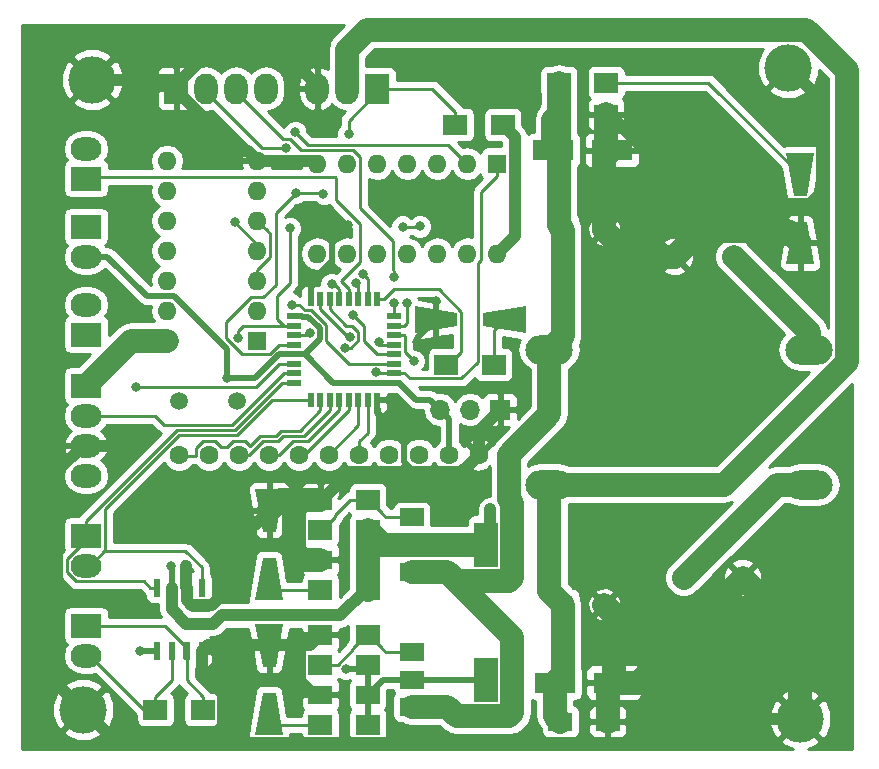
<source format=gtl>
G04 #@! TF.FileFunction,Copper,L1,Top,Signal*
%FSLAX46Y46*%
G04 Gerber Fmt 4.6, Leading zero omitted, Abs format (unit mm)*
G04 Created by KiCad (PCBNEW 4.0.2+dfsg1-stable) date ven. 05 janv. 2018 23:18:11 CET*
%MOMM*%
G01*
G04 APERTURE LIST*
%ADD10C,0.100000*%
%ADD11R,0.600000X1.550000*%
%ADD12R,1.600000X1.600000*%
%ADD13C,1.600000*%
%ADD14R,2.000000X1.600000*%
%ADD15O,4.000000X2.500000*%
%ADD16R,2.000000X1.700000*%
%ADD17C,2.000000*%
%ADD18R,3.500000X1.800000*%
%ADD19C,4.000000*%
%ADD20R,1.200000X0.600000*%
%ADD21R,0.600000X1.200000*%
%ADD22R,1.700000X1.700000*%
%ADD23O,1.700000X1.700000*%
%ADD24O,1.600000X1.600000*%
%ADD25R,2.600000X2.000000*%
%ADD26O,2.600000X2.000000*%
%ADD27C,1.500000*%
%ADD28R,2.000000X3.800000*%
%ADD29R,2.000000X1.500000*%
%ADD30R,2.000000X2.600000*%
%ADD31O,2.000000X2.600000*%
%ADD32C,0.800000*%
%ADD33C,0.250000*%
%ADD34C,1.000000*%
%ADD35C,0.500000*%
%ADD36C,2.000000*%
%ADD37C,0.254000*%
G04 APERTURE END LIST*
D10*
D11*
X108585000Y-119220000D03*
X107315000Y-119220000D03*
X106045000Y-119220000D03*
X104775000Y-119220000D03*
X104775000Y-124620000D03*
X106045000Y-124620000D03*
X107315000Y-124620000D03*
X108585000Y-124620000D03*
D12*
X139192000Y-88900000D03*
D13*
X142692000Y-88900000D03*
D14*
X138843000Y-79121000D03*
X142843000Y-79121000D03*
D15*
X138020000Y-99060000D03*
X160020000Y-99060000D03*
D16*
X142843000Y-76454000D03*
X138843000Y-76454000D03*
D17*
X153630000Y-91186000D03*
X148630000Y-91186000D03*
D18*
X138343000Y-82169000D03*
X143343000Y-82169000D03*
D10*
G36*
X160408000Y-91822000D02*
X158108000Y-91822000D01*
X158708000Y-88222000D01*
X159808000Y-88222000D01*
X160408000Y-91822000D01*
X160408000Y-91822000D01*
G37*
G36*
X158108000Y-82422000D02*
X160408000Y-82422000D01*
X159808000Y-86022000D01*
X158708000Y-86022000D01*
X158108000Y-82422000D01*
X158108000Y-82422000D01*
G37*
D19*
X158242000Y-75184000D03*
D20*
X116400000Y-96260000D03*
X116400000Y-97060000D03*
X116400000Y-97860000D03*
X116400000Y-98660000D03*
X116400000Y-99460000D03*
X116400000Y-100260000D03*
X116400000Y-101060000D03*
X116400000Y-101860000D03*
D21*
X117850000Y-103310000D03*
X118650000Y-103310000D03*
X119450000Y-103310000D03*
X120250000Y-103310000D03*
X121050000Y-103310000D03*
X121850000Y-103310000D03*
X122650000Y-103310000D03*
X123450000Y-103310000D03*
D20*
X124900000Y-101860000D03*
X124900000Y-101060000D03*
X124900000Y-100260000D03*
X124900000Y-99460000D03*
X124900000Y-98660000D03*
X124900000Y-97860000D03*
X124900000Y-97060000D03*
X124900000Y-96260000D03*
D21*
X123450000Y-94810000D03*
X122650000Y-94810000D03*
X121850000Y-94810000D03*
X121050000Y-94810000D03*
X120250000Y-94810000D03*
X119450000Y-94810000D03*
X118650000Y-94810000D03*
X117850000Y-94810000D03*
D22*
X133858000Y-104140000D03*
D23*
X131318000Y-104140000D03*
X128778000Y-104140000D03*
D16*
X133318000Y-100330000D03*
X129318000Y-100330000D03*
X134080000Y-80010000D03*
X130080000Y-80010000D03*
D10*
G36*
X126618000Y-97670000D02*
X126618000Y-95370000D01*
X130218000Y-95970000D01*
X130218000Y-97070000D01*
X126618000Y-97670000D01*
X126618000Y-97670000D01*
G37*
G36*
X136018000Y-95370000D02*
X136018000Y-97670000D01*
X132418000Y-97070000D01*
X132418000Y-95970000D01*
X136018000Y-95370000D01*
X136018000Y-95370000D01*
G37*
D12*
X133604000Y-83312000D03*
D24*
X118364000Y-90932000D03*
X131064000Y-83312000D03*
X120904000Y-90932000D03*
X128524000Y-83312000D03*
X123444000Y-90932000D03*
X125984000Y-83312000D03*
X125984000Y-90932000D03*
X123444000Y-83312000D03*
X128524000Y-90932000D03*
X120904000Y-83312000D03*
X131064000Y-90932000D03*
X118364000Y-83312000D03*
X133604000Y-90932000D03*
D10*
G36*
X113150000Y-122300000D02*
X115450000Y-122300000D01*
X114850000Y-125900000D01*
X113750000Y-125900000D01*
X113150000Y-122300000D01*
X113150000Y-122300000D01*
G37*
G36*
X115450000Y-131700000D02*
X113150000Y-131700000D01*
X113750000Y-128100000D01*
X114850000Y-128100000D01*
X115450000Y-131700000D01*
X115450000Y-131700000D01*
G37*
G36*
X113150000Y-110870000D02*
X115450000Y-110870000D01*
X114850000Y-114470000D01*
X113750000Y-114470000D01*
X113150000Y-110870000D01*
X113150000Y-110870000D01*
G37*
G36*
X115450000Y-120270000D02*
X113150000Y-120270000D01*
X113750000Y-116670000D01*
X114850000Y-116670000D01*
X115450000Y-120270000D01*
X115450000Y-120270000D01*
G37*
D16*
X108680000Y-129540000D03*
X104680000Y-129540000D03*
D25*
X98806000Y-122428000D03*
D26*
X98806000Y-124968000D03*
D19*
X98552000Y-129540000D03*
D16*
X122650000Y-111760000D03*
X118650000Y-111760000D03*
D25*
X98806000Y-114808000D03*
D26*
X98806000Y-117348000D03*
D14*
X122650000Y-116840000D03*
X118650000Y-116840000D03*
D25*
X98806000Y-102108000D03*
D26*
X98806000Y-104648000D03*
X98806000Y-107188000D03*
X98806000Y-109728000D03*
D16*
X122650000Y-114300000D03*
X118650000Y-114300000D03*
D27*
X106680000Y-103378000D03*
X111580000Y-103378000D03*
D13*
X134620000Y-107950000D03*
X132080000Y-107950000D03*
X129540000Y-107950000D03*
X127000000Y-107950000D03*
X124460000Y-107950000D03*
X121920000Y-107950000D03*
X119380000Y-107950000D03*
X116840000Y-107950000D03*
X114300000Y-107950000D03*
X111760000Y-107950000D03*
X109220000Y-107950000D03*
X106680000Y-107950000D03*
D16*
X118650000Y-119380000D03*
X122650000Y-119380000D03*
X118650000Y-130810000D03*
X122650000Y-130810000D03*
D14*
X122650000Y-128270000D03*
X118650000Y-128270000D03*
D16*
X122650000Y-123190000D03*
X118650000Y-123190000D03*
X122650000Y-125730000D03*
X118650000Y-125730000D03*
D28*
X132690000Y-127000000D03*
D29*
X126390000Y-127000000D03*
X126390000Y-129300000D03*
X126390000Y-124700000D03*
D30*
X106426000Y-76962000D03*
D31*
X108966000Y-76962000D03*
X111506000Y-76962000D03*
X114046000Y-76962000D03*
D30*
X123444000Y-76962000D03*
D31*
X120904000Y-76962000D03*
X118364000Y-76962000D03*
D12*
X139192000Y-120650000D03*
D13*
X142692000Y-120650000D03*
D14*
X138970000Y-130556000D03*
X142970000Y-130556000D03*
D15*
X138020000Y-110490000D03*
X160020000Y-110490000D03*
D17*
X149392000Y-118364000D03*
X154392000Y-118364000D03*
D18*
X138470000Y-127254000D03*
X143470000Y-127254000D03*
D19*
X159258000Y-130302000D03*
X99314000Y-76200000D03*
D12*
X113284000Y-98298000D03*
D24*
X105664000Y-83058000D03*
X113284000Y-95758000D03*
X105664000Y-85598000D03*
X113284000Y-93218000D03*
X105664000Y-88138000D03*
X113284000Y-90678000D03*
X105664000Y-90678000D03*
X113284000Y-88138000D03*
X105664000Y-93218000D03*
X113284000Y-85598000D03*
X105664000Y-95758000D03*
X113284000Y-83058000D03*
X105664000Y-98298000D03*
D25*
X98806000Y-88646000D03*
D26*
X98806000Y-91186000D03*
D25*
X98806000Y-97790000D03*
D26*
X98806000Y-95250000D03*
D25*
X98806000Y-84582000D03*
D26*
X98806000Y-82042000D03*
D28*
X132690000Y-115570000D03*
D29*
X126390000Y-115570000D03*
X126390000Y-117870000D03*
X126390000Y-113270000D03*
D32*
X116078000Y-88773000D03*
X111662629Y-98068120D03*
X107289600Y-117348000D03*
X103073200Y-107848400D03*
X128422400Y-94945200D03*
X126847600Y-98450400D03*
X125222000Y-103378000D03*
X127203200Y-85394800D03*
X125120400Y-85852000D03*
X121005600Y-88493600D03*
X115742121Y-81957990D03*
X118904000Y-85852000D03*
X116553921Y-85801980D03*
X106037190Y-117348000D03*
X133045200Y-112572800D03*
X120777000Y-126111000D03*
X103378000Y-124587000D03*
X110744000Y-101473000D03*
X121144530Y-97988011D03*
X102997000Y-102235000D03*
X121629979Y-93457291D03*
X120705910Y-98886696D03*
X119596759Y-93532079D03*
X121031000Y-80772000D03*
X122210990Y-92643381D03*
X124871156Y-92951076D03*
X124841000Y-95123000D03*
X125984000Y-95123000D03*
X127053012Y-88625066D03*
X125603000Y-88646000D03*
X117729000Y-97663000D03*
X123315573Y-100985010D03*
X116205000Y-95250000D03*
X121412000Y-96139000D03*
X123571000Y-98425000D03*
X126542800Y-100025200D03*
X116515376Y-80645791D03*
X111379000Y-88265000D03*
D33*
X116400000Y-97060000D02*
X115550000Y-97060000D01*
X115550000Y-97060000D02*
X114949989Y-96459989D01*
X114949989Y-96459989D02*
X114949989Y-94561988D01*
X114949989Y-94561988D02*
X116078000Y-93433977D01*
X116078000Y-93433977D02*
X116078000Y-88773000D01*
X112105064Y-97060000D02*
X111662629Y-97502435D01*
X116400000Y-97060000D02*
X112105064Y-97060000D01*
X111662629Y-97502435D02*
X111662629Y-98068120D01*
D34*
X107289600Y-117348000D02*
X107289600Y-119194600D01*
X107289600Y-119194600D02*
X107315000Y-119220000D01*
X98806000Y-107188000D02*
X102412800Y-107188000D01*
X102412800Y-107188000D02*
X103073200Y-107848400D01*
D35*
X128418000Y-96520000D02*
X128418000Y-94949600D01*
X128418000Y-94949600D02*
X128422400Y-94945200D01*
X126847600Y-98450400D02*
X126847600Y-98090400D01*
X126847600Y-98090400D02*
X128418000Y-96520000D01*
X123450000Y-103310000D02*
X125154000Y-103310000D01*
X125154000Y-103310000D02*
X125222000Y-103378000D01*
D34*
X118364000Y-76962000D02*
X118364000Y-76662000D01*
X118364000Y-76662000D02*
X116364000Y-74662000D01*
X116364000Y-74662000D02*
X108426000Y-74662000D01*
X108426000Y-74662000D02*
X106426000Y-76662000D01*
X106426000Y-76662000D02*
X106426000Y-76962000D01*
X113284000Y-83058000D02*
X118110000Y-83058000D01*
X118110000Y-83058000D02*
X118364000Y-83312000D01*
X106426000Y-76962000D02*
X106426000Y-77126177D01*
X111557824Y-82258001D02*
X112484001Y-82258001D01*
X106426000Y-77126177D02*
X111557824Y-82258001D01*
X112484001Y-82258001D02*
X113284000Y-83058000D01*
X99314000Y-76200000D02*
X105664000Y-76200000D01*
X105664000Y-76200000D02*
X106426000Y-76962000D01*
X142843000Y-79121000D02*
X143043000Y-79121000D01*
X143043000Y-79121000D02*
X150644010Y-86722010D01*
X150644010Y-86722010D02*
X160097956Y-86722010D01*
X160097956Y-86722010D02*
X161108010Y-85711956D01*
X161108010Y-85711956D02*
X161108010Y-78050010D01*
X161108010Y-78050010D02*
X160241999Y-77183999D01*
X160241999Y-77183999D02*
X158242000Y-75184000D01*
X125120400Y-85852000D02*
X126746000Y-85852000D01*
X126746000Y-85852000D02*
X127203200Y-85394800D01*
D35*
X119614001Y-91532001D02*
X119614001Y-89885199D01*
X117850000Y-93296002D02*
X119614001Y-91532001D01*
X117850000Y-94810000D02*
X117850000Y-93296002D01*
X119614001Y-89885199D02*
X121005600Y-88493600D01*
D34*
X159258000Y-130302000D02*
X156429573Y-130302000D01*
X156429573Y-130302000D02*
X154331563Y-132400010D01*
X154331563Y-132400010D02*
X110650014Y-132400010D01*
X110650014Y-132400010D02*
X109790003Y-131539999D01*
X121109999Y-109450001D02*
X127152400Y-109450001D01*
X127152400Y-109450001D02*
X130579999Y-109450001D01*
D35*
X123450000Y-103310000D02*
X123450000Y-104410000D01*
X123450000Y-104410000D02*
X125749999Y-106709999D01*
X125749999Y-106709999D02*
X125749999Y-108550001D01*
X125749999Y-108550001D02*
X126649999Y-109450001D01*
X126649999Y-109450001D02*
X127152400Y-109450001D01*
D34*
X98806000Y-107188000D02*
X98506000Y-107188000D01*
X96355979Y-109338021D02*
X96355979Y-127343979D01*
X96355979Y-127343979D02*
X96552001Y-127540001D01*
X98506000Y-107188000D02*
X96355979Y-109338021D01*
X96552001Y-127540001D02*
X98552000Y-129540000D01*
X113500719Y-113469281D02*
X114300000Y-112670000D01*
X107315000Y-119220000D02*
X107315000Y-120285002D01*
X107315000Y-120285002D02*
X107724999Y-120695001D01*
X107724999Y-120695001D02*
X109445001Y-120695001D01*
X109445001Y-120695001D02*
X112449990Y-117690012D01*
X112449990Y-117690012D02*
X112449990Y-114520010D01*
X112449990Y-114520010D02*
X113500719Y-113469281D01*
X98552000Y-129540000D02*
X100551999Y-131539999D01*
X109790003Y-131539999D02*
X110380001Y-130950001D01*
X100551999Y-131539999D02*
X109790003Y-131539999D01*
X110380001Y-130950001D02*
X110380001Y-128190001D01*
X110380001Y-128190001D02*
X108585000Y-126395000D01*
X108585000Y-126395000D02*
X108585000Y-124620000D01*
X118650000Y-128270000D02*
X118079998Y-128270000D01*
X118079998Y-128270000D02*
X116949999Y-127140001D01*
X116949999Y-127140001D02*
X116949999Y-124319999D01*
X116949999Y-124319999D02*
X118079998Y-123190000D01*
X118079998Y-123190000D02*
X118650000Y-123190000D01*
X114300000Y-124100000D02*
X117740000Y-124100000D01*
X117740000Y-124100000D02*
X118650000Y-123190000D01*
X114300000Y-124100000D02*
X109105000Y-124100000D01*
X109105000Y-124100000D02*
X108585000Y-124620000D01*
X132080000Y-107950000D02*
X132080000Y-105918000D01*
X132080000Y-105918000D02*
X133858000Y-104140000D01*
X118650000Y-111760000D02*
X118800000Y-111760000D01*
X118800000Y-111760000D02*
X121109999Y-109450001D01*
X130579999Y-109450001D02*
X131280001Y-108749999D01*
X131280001Y-108749999D02*
X132080000Y-107950000D01*
D36*
X118650000Y-111760000D02*
X117179998Y-111760000D01*
X117179998Y-111760000D02*
X116449999Y-112489999D01*
X116449999Y-112489999D02*
X116449999Y-116110001D01*
X116449999Y-116110001D02*
X117179998Y-116840000D01*
X117179998Y-116840000D02*
X118650000Y-116840000D01*
X114300000Y-112670000D02*
X115210000Y-111760000D01*
X115210000Y-111760000D02*
X118650000Y-111760000D01*
X142843000Y-79121000D02*
X142843000Y-81669000D01*
X142843000Y-81669000D02*
X143343000Y-82169000D01*
D35*
X108585000Y-124620000D02*
X108585000Y-124145000D01*
X117850000Y-94810000D02*
X117850000Y-94510000D01*
X128016000Y-96922000D02*
X128418000Y-96520000D01*
X113538000Y-83312000D02*
X113284000Y-83058000D01*
X107188000Y-119093000D02*
X107315000Y-119220000D01*
D36*
X143470000Y-127254000D02*
X145502000Y-127254000D01*
X145502000Y-127254000D02*
X154392000Y-118364000D01*
X159258000Y-130302000D02*
X159258000Y-123230000D01*
X159258000Y-123230000D02*
X154392000Y-118364000D01*
X142692000Y-88900000D02*
X142692000Y-82820000D01*
X142692000Y-82820000D02*
X143343000Y-82169000D01*
X148630000Y-91186000D02*
X144978000Y-91186000D01*
X144978000Y-91186000D02*
X142692000Y-88900000D01*
X159258000Y-90022000D02*
X158221999Y-88985999D01*
X158221999Y-88985999D02*
X150830001Y-88985999D01*
X150830001Y-88985999D02*
X149629999Y-90186001D01*
X149629999Y-90186001D02*
X148630000Y-91186000D01*
X143470000Y-127254000D02*
X143470000Y-121428000D01*
X143470000Y-121428000D02*
X142692000Y-120650000D01*
X142970000Y-130556000D02*
X142970000Y-127754000D01*
X142970000Y-127754000D02*
X143470000Y-127254000D01*
D33*
X115176436Y-81957990D02*
X115742121Y-81957990D01*
X108966000Y-77262000D02*
X113661990Y-81957990D01*
X108966000Y-76962000D02*
X108966000Y-77262000D01*
X113661990Y-81957990D02*
X115176436Y-81957990D01*
X116553921Y-85801980D02*
X118853980Y-85801980D01*
X118853980Y-85801980D02*
X118904000Y-85852000D01*
X110684011Y-96692987D02*
X112743999Y-94632999D01*
X115107002Y-98660000D02*
X114344001Y-99423001D01*
X113824001Y-94632999D02*
X114859012Y-93597988D01*
X114859012Y-87496889D02*
X116153922Y-86201979D01*
X116153922Y-86201979D02*
X116553921Y-85801980D01*
X116400000Y-98660000D02*
X115107002Y-98660000D01*
X114344001Y-99423001D02*
X111992191Y-99423001D01*
X110684011Y-98114821D02*
X110684011Y-96692987D01*
X114859012Y-93597988D02*
X114859012Y-87496889D01*
X112743999Y-94632999D02*
X113824001Y-94632999D01*
X111992191Y-99423001D02*
X110684011Y-98114821D01*
D35*
X106045000Y-117355810D02*
X106037190Y-117348000D01*
X106045000Y-119220000D02*
X106045000Y-117355810D01*
D34*
X106045000Y-120995000D02*
X106045000Y-119220000D01*
X107306409Y-122256409D02*
X106045000Y-120995000D01*
X109580664Y-122256409D02*
X107306409Y-122256409D01*
X110283612Y-121553461D02*
X109580664Y-122256409D01*
X120326539Y-121553461D02*
X110283612Y-121553461D01*
X122500000Y-119380000D02*
X120326539Y-121553461D01*
X122650000Y-119380000D02*
X122500000Y-119380000D01*
X133045200Y-112572800D02*
X133045200Y-115214800D01*
X133045200Y-115214800D02*
X132690000Y-115570000D01*
X134080000Y-80010000D02*
X135104001Y-81034001D01*
X135104001Y-81034001D02*
X135104001Y-89431999D01*
X135104001Y-89431999D02*
X134403999Y-90132001D01*
X134403999Y-90132001D02*
X133604000Y-90932000D01*
D36*
X122650000Y-119380000D02*
X122650000Y-116840000D01*
X122650000Y-116840000D02*
X122650000Y-114300000D01*
X122650000Y-114300000D02*
X123920000Y-115570000D01*
X123920000Y-115570000D02*
X126390000Y-115570000D01*
X132690000Y-115570000D02*
X126390000Y-115570000D01*
D35*
X106045000Y-119695000D02*
X106045000Y-119220000D01*
D36*
X98806000Y-102108000D02*
X102616000Y-98298000D01*
X102616000Y-98298000D02*
X105664000Y-98298000D01*
D35*
X98806000Y-91186000D02*
X100606000Y-91186000D01*
X103927999Y-94507999D02*
X106264001Y-94507999D01*
X106264001Y-94507999D02*
X110744000Y-98987998D01*
X100606000Y-91186000D02*
X103927999Y-94507999D01*
X110744000Y-98987998D02*
X110744000Y-100907315D01*
X110744000Y-100907315D02*
X110744000Y-101473000D01*
X118579002Y-98191000D02*
X117310002Y-99460000D01*
X117634016Y-96310012D02*
X118579002Y-97254998D01*
X118579002Y-97254998D02*
X118579002Y-98191000D01*
X116400000Y-96260000D02*
X117071814Y-96260000D01*
X117071814Y-96260000D02*
X117121826Y-96310012D01*
X117121826Y-96310012D02*
X117634016Y-96310012D01*
X127928001Y-103290001D02*
X128778000Y-104140000D01*
X126758965Y-103290001D02*
X127928001Y-103290001D01*
X124900000Y-101860000D02*
X125328964Y-101860000D01*
X125328964Y-101860000D02*
X126758965Y-103290001D01*
X129540000Y-107950000D02*
X129540000Y-104902000D01*
X129540000Y-104902000D02*
X128778000Y-104140000D01*
X120777000Y-126111000D02*
X122269000Y-126111000D01*
X122269000Y-126111000D02*
X122650000Y-125730000D01*
X104775000Y-124620000D02*
X103411000Y-124620000D01*
X103411000Y-124620000D02*
X103378000Y-124587000D01*
X115120190Y-99460000D02*
X113107190Y-101473000D01*
X116400000Y-99460000D02*
X115120190Y-99460000D01*
X113107190Y-101473000D02*
X111309685Y-101473000D01*
X111309685Y-101473000D02*
X110744000Y-101473000D01*
X126390000Y-127000000D02*
X132690000Y-127000000D01*
X122650000Y-128270000D02*
X123920000Y-127000000D01*
X123920000Y-127000000D02*
X126390000Y-127000000D01*
X122650000Y-128270000D02*
X122650000Y-130810000D01*
X122650000Y-125730000D02*
X122650000Y-128270000D01*
X124900000Y-101860000D02*
X119710002Y-101860000D01*
X119710002Y-101860000D02*
X117310002Y-99460000D01*
X117310002Y-99460000D02*
X116400000Y-99460000D01*
D36*
X138020000Y-110490000D02*
X152804837Y-110490000D01*
X120904000Y-73662000D02*
X120904000Y-76962000D01*
X152804837Y-110490000D02*
X163220010Y-100074827D01*
X163220010Y-100074827D02*
X163220010Y-75426008D01*
X163220010Y-75426008D02*
X159778001Y-71983999D01*
X159778001Y-71983999D02*
X122582001Y-71983999D01*
X122582001Y-71983999D02*
X120904000Y-73662000D01*
X138020000Y-110490000D02*
X138020000Y-119478000D01*
X138020000Y-119478000D02*
X139192000Y-120650000D01*
X138470000Y-127254000D02*
X138470000Y-130056000D01*
X138470000Y-130056000D02*
X138970000Y-130556000D01*
X139192000Y-120650000D02*
X139192000Y-126532000D01*
X139192000Y-126532000D02*
X138470000Y-127254000D01*
D33*
X133318000Y-100330000D02*
X133318000Y-97420000D01*
X133318000Y-97420000D02*
X134218000Y-96520000D01*
X142843000Y-76454000D02*
X151490000Y-76454000D01*
X151490000Y-76454000D02*
X159258000Y-84222000D01*
X118650000Y-130810000D02*
X115210000Y-130810000D01*
X115210000Y-130810000D02*
X114300000Y-129900000D01*
X118650000Y-119380000D02*
X115210000Y-119380000D01*
X115210000Y-119380000D02*
X114300000Y-118470000D01*
D36*
X160020000Y-99060000D02*
X160020000Y-97576000D01*
X160020000Y-97576000D02*
X153630000Y-91186000D01*
X160020000Y-110490000D02*
X157266000Y-110490000D01*
X157266000Y-110490000D02*
X149392000Y-118364000D01*
D33*
X118650000Y-95660000D02*
X120978011Y-97988011D01*
X118650000Y-94810000D02*
X118650000Y-95660000D01*
X120978011Y-97988011D02*
X121144530Y-97988011D01*
X105410000Y-105410000D02*
X104648000Y-104648000D01*
X104648000Y-104648000D02*
X98806000Y-104648000D01*
X111200000Y-105410000D02*
X105410000Y-105410000D01*
X116400000Y-101060000D02*
X115550000Y-101060000D01*
X115550000Y-101060000D02*
X111200000Y-105410000D01*
X115133378Y-100260000D02*
X113158378Y-102235000D01*
X116400000Y-100260000D02*
X115133378Y-100260000D01*
X113158378Y-102235000D02*
X103562685Y-102235000D01*
X103562685Y-102235000D02*
X102997000Y-102235000D01*
X119910001Y-84472999D02*
X98915001Y-84472999D01*
X98915001Y-84472999D02*
X98806000Y-84582000D01*
X119959013Y-84522011D02*
X119910001Y-84472999D01*
X119959013Y-86374009D02*
X119959013Y-84522011D01*
X122029001Y-88443997D02*
X119959013Y-86374009D01*
X122029001Y-91608997D02*
X122029001Y-88443997D01*
X120363999Y-93273999D02*
X122029001Y-91608997D01*
X121050000Y-93960000D02*
X120363999Y-93273999D01*
X121050000Y-94810000D02*
X121050000Y-93960000D01*
X121850000Y-94810000D02*
X121850000Y-93677312D01*
X121850000Y-93677312D02*
X121629979Y-93457291D01*
X119450000Y-94810000D02*
X119450000Y-95660000D01*
X121869532Y-98288759D02*
X121271595Y-98886696D01*
X121271595Y-98886696D02*
X120705910Y-98886696D01*
X121869532Y-97605335D02*
X121869532Y-98288759D01*
X119450000Y-95660000D02*
X120815786Y-97025786D01*
X120815786Y-97025786D02*
X121289983Y-97025786D01*
X121289983Y-97025786D02*
X121869532Y-97605335D01*
X119822079Y-93532079D02*
X119596759Y-93532079D01*
X120250000Y-94810000D02*
X120250000Y-93960000D01*
X120250000Y-93960000D02*
X119822079Y-93532079D01*
X113284000Y-93218000D02*
X113284000Y-92343002D01*
X113284000Y-92343002D02*
X114409001Y-91218001D01*
X114409001Y-91218001D02*
X114409001Y-89263001D01*
X114409001Y-89263001D02*
X114083999Y-88937999D01*
X114083999Y-88937999D02*
X113284000Y-88138000D01*
X121031000Y-79675000D02*
X121031000Y-80772000D01*
X123444000Y-77262000D02*
X121031000Y-79675000D01*
X123444000Y-76962000D02*
X123444000Y-77262000D01*
X123444000Y-76962000D02*
X128132000Y-76962000D01*
X128132000Y-76962000D02*
X130080000Y-78910000D01*
X130080000Y-78910000D02*
X130080000Y-80010000D01*
X122610989Y-93043380D02*
X122210990Y-92643381D01*
X122650000Y-94810000D02*
X122650000Y-93082391D01*
X122650000Y-93082391D02*
X122610989Y-93043380D01*
X97180990Y-117896837D02*
X97180990Y-116799163D01*
X97180990Y-116799163D02*
X98806000Y-115174153D01*
X97957163Y-118673010D02*
X97180990Y-117896837D01*
X104775000Y-119220000D02*
X104225000Y-119220000D01*
X98806000Y-115174153D02*
X98806000Y-114808000D01*
X104225000Y-119220000D02*
X103678010Y-118673010D01*
X103678010Y-118673010D02*
X97957163Y-118673010D01*
X98806000Y-113558000D02*
X98806000Y-114808000D01*
X98806000Y-113538000D02*
X98806000Y-113558000D01*
X106483989Y-105860011D02*
X98806000Y-113538000D01*
X116400000Y-101860000D02*
X115386411Y-101860000D01*
X111386400Y-105860011D02*
X106483989Y-105860011D01*
X115386411Y-101860000D02*
X111386400Y-105860011D01*
X107206341Y-116098000D02*
X100356000Y-116098000D01*
X108585000Y-117476659D02*
X107206341Y-116098000D01*
X108585000Y-119220000D02*
X108585000Y-117476659D01*
X100356000Y-116098000D02*
X99106000Y-117348000D01*
X99106000Y-117348000D02*
X98806000Y-117348000D01*
X100431001Y-116022999D02*
X99106000Y-117348000D01*
X100431001Y-112549409D02*
X100431001Y-116022999D01*
X106670388Y-106310022D02*
X100431001Y-112549409D01*
X111572800Y-106310022D02*
X106670388Y-106310022D01*
X114572822Y-103310000D02*
X111572800Y-106310022D01*
X117850000Y-103310000D02*
X114572822Y-103310000D01*
X122029001Y-82771999D02*
X122029001Y-87100001D01*
X124871156Y-92385391D02*
X124871156Y-92951076D01*
X117044134Y-82186999D02*
X121444001Y-82186999D01*
X116090123Y-81232988D02*
X117044134Y-82186999D01*
X124808001Y-92322236D02*
X124871156Y-92385391D01*
X121444001Y-82186999D02*
X122029001Y-82771999D01*
X115476988Y-81232988D02*
X116090123Y-81232988D01*
X111506000Y-76962000D02*
X111506000Y-77262000D01*
X124808001Y-89879001D02*
X124808001Y-92322236D01*
X111506000Y-77262000D02*
X115476988Y-81232988D01*
X122029001Y-87100001D02*
X124808001Y-89879001D01*
X124900000Y-96260000D02*
X124900000Y-95182000D01*
X124900000Y-95182000D02*
X124841000Y-95123000D01*
X124900000Y-97060000D02*
X125750000Y-97060000D01*
X125984000Y-96826000D02*
X125984000Y-95123000D01*
X125750000Y-97060000D02*
X125984000Y-96826000D01*
X98806000Y-122428000D02*
X105513002Y-122428000D01*
X105513002Y-122428000D02*
X107140010Y-124055008D01*
X107140010Y-124055008D02*
X107140010Y-125184992D01*
X107140010Y-125184992D02*
X107315000Y-125010002D01*
X107315000Y-125010002D02*
X107315000Y-124620000D01*
X108680000Y-129540000D02*
X108680000Y-128440000D01*
X108680000Y-128440000D02*
X107315000Y-127075000D01*
X107315000Y-127075000D02*
X107315000Y-125645000D01*
X107315000Y-125645000D02*
X107315000Y-124620000D01*
X98806000Y-124968000D02*
X99106000Y-124968000D01*
X103678000Y-129540000D02*
X104680000Y-129540000D01*
X99106000Y-124968000D02*
X103678000Y-129540000D01*
X106045000Y-125645000D02*
X106045000Y-124620000D01*
X104680000Y-128440000D02*
X106045000Y-127075000D01*
X106045000Y-127075000D02*
X106045000Y-125645000D01*
X104680000Y-129540000D02*
X104680000Y-128440000D01*
X125603000Y-88646000D02*
X127032078Y-88646000D01*
X127032078Y-88646000D02*
X127053012Y-88625066D01*
X116400000Y-97860000D02*
X117532000Y-97860000D01*
X117532000Y-97860000D02*
X117729000Y-97663000D01*
X124000000Y-94810000D02*
X124850000Y-93960000D01*
X124850000Y-93960000D02*
X128667636Y-93960000D01*
X128667636Y-93960000D02*
X130568000Y-95860364D01*
X130568000Y-95860364D02*
X130568000Y-99230000D01*
X130568000Y-99230000D02*
X129468000Y-100330000D01*
X129468000Y-100330000D02*
X129318000Y-100330000D01*
X123450000Y-94810000D02*
X124000000Y-94810000D01*
X126390000Y-124700000D02*
X124160000Y-124700000D01*
X124160000Y-124700000D02*
X123900000Y-124440000D01*
X123900000Y-124440000D02*
X123900000Y-124290000D01*
X123900000Y-124290000D02*
X122800000Y-123190000D01*
X122800000Y-123190000D02*
X122650000Y-123190000D01*
X118650000Y-125730000D02*
X120110000Y-125730000D01*
X120110000Y-125730000D02*
X121400000Y-124440000D01*
X121400000Y-124440000D02*
X121400000Y-124290000D01*
X121400000Y-124290000D02*
X122500000Y-123190000D01*
X122500000Y-123190000D02*
X122650000Y-123190000D01*
X126390000Y-113270000D02*
X124160000Y-113270000D01*
X124160000Y-113270000D02*
X123900000Y-113010000D01*
X123900000Y-113010000D02*
X123900000Y-112860000D01*
X123900000Y-112860000D02*
X122800000Y-111760000D01*
X122800000Y-111760000D02*
X122650000Y-111760000D01*
X122650000Y-111760000D02*
X121190000Y-111760000D01*
X121190000Y-111760000D02*
X119900000Y-113050000D01*
X119900000Y-113050000D02*
X119900000Y-113200000D01*
X119900000Y-113200000D02*
X118800000Y-114300000D01*
X118800000Y-114300000D02*
X118650000Y-114300000D01*
X109760001Y-106824999D02*
X108679999Y-106824999D01*
X110769988Y-107275010D02*
X110210012Y-107275010D01*
X113573598Y-106374990D02*
X112711795Y-107236793D01*
X116885021Y-105924979D02*
X115321431Y-105924979D01*
X108094999Y-108046410D02*
X106776410Y-108046410D01*
X118650000Y-103310000D02*
X118650000Y-104160000D01*
X111219999Y-106824999D02*
X110769988Y-107275010D01*
X108679999Y-106824999D02*
X108094999Y-107409999D01*
X112300001Y-106824999D02*
X111219999Y-106824999D01*
X108094999Y-107409999D02*
X108094999Y-108046410D01*
X114871421Y-106374989D02*
X113573598Y-106374990D01*
X112711795Y-107236793D02*
X112300001Y-106824999D01*
X106776410Y-108046410D02*
X106680000Y-107950000D01*
X110210012Y-107275010D02*
X109760001Y-106824999D01*
X115321431Y-105924979D02*
X114871421Y-106374989D01*
X118650000Y-104160000D02*
X116885021Y-105924979D01*
X115057823Y-106824999D02*
X115507834Y-106374988D01*
X115507834Y-106374988D02*
X117235012Y-106374988D01*
X113759999Y-106824999D02*
X115057823Y-106824999D01*
X111760000Y-107950000D02*
X112634998Y-107950000D01*
X117235012Y-106374988D02*
X119450000Y-104160000D01*
X112634998Y-107950000D02*
X113759999Y-106824999D01*
X119450000Y-104160000D02*
X119450000Y-103310000D01*
X114300000Y-107950000D02*
X115174998Y-107950000D01*
X115174998Y-107950000D02*
X116299999Y-106824999D01*
X116299999Y-106824999D02*
X117585001Y-106824999D01*
X117585001Y-106824999D02*
X120250000Y-104160000D01*
X120250000Y-104160000D02*
X120250000Y-103310000D01*
X116840000Y-107950000D02*
X117260000Y-107950000D01*
X117260000Y-107950000D02*
X121050000Y-104160000D01*
X121050000Y-104160000D02*
X121050000Y-103310000D01*
X119380000Y-107950000D02*
X121850000Y-105480000D01*
X121850000Y-105480000D02*
X121850000Y-103310000D01*
X121920000Y-107950000D02*
X121920000Y-106818630D01*
X121920000Y-106818630D02*
X122650000Y-106088630D01*
X122650000Y-106088630D02*
X122650000Y-104160000D01*
X122650000Y-104160000D02*
X122650000Y-103310000D01*
X133604000Y-84362000D02*
X133604000Y-83312000D01*
X132278990Y-85687010D02*
X133604000Y-84362000D01*
X130578001Y-101505001D02*
X131992999Y-100090003D01*
X125750000Y-101060000D02*
X126195001Y-101505001D01*
X132278990Y-91480838D02*
X132278990Y-85687010D01*
X131992999Y-91766829D02*
X132278990Y-91480838D01*
X124900000Y-101060000D02*
X125750000Y-101060000D01*
X126195001Y-101505001D02*
X130578001Y-101505001D01*
X131992999Y-100090003D02*
X131992999Y-91766829D01*
X123390563Y-101060000D02*
X123315573Y-100985010D01*
X124900000Y-101060000D02*
X123390563Y-101060000D01*
X116770685Y-95250000D02*
X116205000Y-95250000D01*
X116875002Y-95250000D02*
X116770685Y-95250000D01*
X117872193Y-95735001D02*
X117360003Y-95735001D01*
X121048036Y-100260000D02*
X119154013Y-98365977D01*
X119154013Y-97016821D02*
X117872193Y-95735001D01*
X119154013Y-98365977D02*
X119154013Y-97016821D01*
X117360003Y-95735001D02*
X116875002Y-95250000D01*
X124900000Y-100260000D02*
X121048036Y-100260000D01*
X121811999Y-96538999D02*
X121412000Y-96139000D01*
X122319543Y-97046543D02*
X121811999Y-96538999D01*
X124900000Y-99460000D02*
X123429355Y-99460000D01*
X122319543Y-98350188D02*
X122319543Y-97046543D01*
X123429355Y-99460000D02*
X122319543Y-98350188D01*
X124900000Y-98660000D02*
X123806000Y-98660000D01*
X123806000Y-98660000D02*
X123571000Y-98425000D01*
X125825001Y-97935001D02*
X125825001Y-99307401D01*
X125825001Y-99307401D02*
X126542800Y-100025200D01*
X124900000Y-97860000D02*
X125750000Y-97860000D01*
X125750000Y-97860000D02*
X125825001Y-97935001D01*
X117606573Y-81736988D02*
X116915375Y-81045790D01*
X129488988Y-81736988D02*
X117606573Y-81736988D01*
X131064000Y-83312000D02*
X129488988Y-81736988D01*
X116915375Y-81045790D02*
X116515376Y-80645791D01*
X111379000Y-88265000D02*
X113284000Y-90170000D01*
X113284000Y-90170000D02*
X113284000Y-90678000D01*
D36*
X126390000Y-117870000D02*
X129390000Y-117870000D01*
X129390000Y-117870000D02*
X134890001Y-123370001D01*
X134890001Y-123370001D02*
X134890001Y-129860001D01*
X134890001Y-129860001D02*
X134650001Y-130100001D01*
X134650001Y-130100001D02*
X130190001Y-130100001D01*
X130190001Y-130100001D02*
X129390000Y-129300000D01*
X129390000Y-129300000D02*
X126390000Y-129300000D01*
X134620000Y-107950000D02*
X134620000Y-111743423D01*
X134620000Y-111743423D02*
X134890001Y-112013424D01*
X134890001Y-112013424D02*
X134890001Y-118430001D01*
X134890001Y-118430001D02*
X134650001Y-118670001D01*
X134650001Y-118670001D02*
X130190001Y-118670001D01*
X130190001Y-118670001D02*
X129390000Y-117870000D01*
X139192000Y-88900000D02*
X139192000Y-97888000D01*
X139192000Y-97888000D02*
X138020000Y-99060000D01*
X138843000Y-76454000D02*
X138843000Y-88551000D01*
X138843000Y-88551000D02*
X139192000Y-88900000D01*
X138843000Y-79121000D02*
X138843000Y-76454000D01*
X138343000Y-82169000D02*
X138343000Y-79621000D01*
X138343000Y-79621000D02*
X138843000Y-79121000D01*
X134620000Y-107950000D02*
X138020000Y-104550000D01*
X138020000Y-104550000D02*
X138020000Y-99060000D01*
D37*
G36*
X119747880Y-72505880D02*
X119393457Y-73036312D01*
X119268999Y-73662000D01*
X119269000Y-73662005D01*
X119269000Y-75325520D01*
X118872355Y-75102856D01*
X118744434Y-75071876D01*
X118491000Y-75191223D01*
X118491000Y-76835000D01*
X118511000Y-76835000D01*
X118511000Y-77089000D01*
X118491000Y-77089000D01*
X118491000Y-78732777D01*
X118744434Y-78852124D01*
X118872355Y-78821144D01*
X119430317Y-78507922D01*
X119620781Y-78265812D01*
X119747880Y-78456029D01*
X120278313Y-78810452D01*
X120730751Y-78900447D01*
X120493599Y-79137599D01*
X120328852Y-79384161D01*
X120271000Y-79675000D01*
X120271000Y-80068239D01*
X120154081Y-80184954D01*
X119996180Y-80565223D01*
X119995821Y-80976971D01*
X119995828Y-80976988D01*
X117921375Y-80976988D01*
X117550411Y-80606024D01*
X117550555Y-80440820D01*
X117393318Y-80060276D01*
X117102422Y-79768872D01*
X116722153Y-79610971D01*
X116310405Y-79610612D01*
X115929861Y-79767849D01*
X115638457Y-80058745D01*
X115561905Y-80243103D01*
X114219249Y-78900447D01*
X114671687Y-78810452D01*
X115202120Y-78456029D01*
X115556543Y-77925596D01*
X115681000Y-77299909D01*
X115681000Y-77089000D01*
X116729000Y-77089000D01*
X116729000Y-77389000D01*
X116902058Y-78005020D01*
X117297683Y-78507922D01*
X117855645Y-78821144D01*
X117983566Y-78852124D01*
X118237000Y-78732777D01*
X118237000Y-77089000D01*
X116729000Y-77089000D01*
X115681000Y-77089000D01*
X115681000Y-76624091D01*
X115663279Y-76535000D01*
X116729000Y-76535000D01*
X116729000Y-76835000D01*
X118237000Y-76835000D01*
X118237000Y-75191223D01*
X117983566Y-75071876D01*
X117855645Y-75102856D01*
X117297683Y-75416078D01*
X116902058Y-75918980D01*
X116729000Y-76535000D01*
X115663279Y-76535000D01*
X115556543Y-75998404D01*
X115202120Y-75467971D01*
X114671687Y-75113548D01*
X114046000Y-74989091D01*
X113420313Y-75113548D01*
X112889880Y-75467971D01*
X112776000Y-75638405D01*
X112662120Y-75467971D01*
X112131687Y-75113548D01*
X111506000Y-74989091D01*
X110880313Y-75113548D01*
X110349880Y-75467971D01*
X110236000Y-75638405D01*
X110122120Y-75467971D01*
X109591687Y-75113548D01*
X108966000Y-74989091D01*
X108340313Y-75113548D01*
X107984594Y-75351231D01*
X107964327Y-75302301D01*
X107785698Y-75123673D01*
X107552309Y-75027000D01*
X106711750Y-75027000D01*
X106553000Y-75185750D01*
X106553000Y-76835000D01*
X106573000Y-76835000D01*
X106573000Y-77089000D01*
X106553000Y-77089000D01*
X106553000Y-78738250D01*
X106711750Y-78897000D01*
X107552309Y-78897000D01*
X107785698Y-78800327D01*
X107964327Y-78621699D01*
X107984594Y-78572769D01*
X108340313Y-78810452D01*
X108966000Y-78934909D01*
X109464875Y-78835677D01*
X112500775Y-81871577D01*
X112428866Y-81905611D01*
X112052959Y-82320577D01*
X111892096Y-82708961D01*
X112014085Y-82931000D01*
X113157000Y-82931000D01*
X113157000Y-82911000D01*
X113411000Y-82911000D01*
X113411000Y-82931000D01*
X114553915Y-82931000D01*
X114670943Y-82717990D01*
X115038360Y-82717990D01*
X115155075Y-82834909D01*
X115535344Y-82992810D01*
X115947092Y-82993169D01*
X116327636Y-82835932D01*
X116473077Y-82690744D01*
X116506733Y-82724400D01*
X116753294Y-82889147D01*
X116985189Y-82935274D01*
X116972086Y-82962959D01*
X117093371Y-83185000D01*
X118237000Y-83185000D01*
X118237000Y-83165000D01*
X118491000Y-83165000D01*
X118491000Y-83185000D01*
X118511000Y-83185000D01*
X118511000Y-83439000D01*
X118491000Y-83439000D01*
X118491000Y-83459000D01*
X118237000Y-83459000D01*
X118237000Y-83439000D01*
X117093371Y-83439000D01*
X116972086Y-83661041D01*
X116996677Y-83712999D01*
X114549180Y-83712999D01*
X114675904Y-83407039D01*
X114553915Y-83185000D01*
X113411000Y-83185000D01*
X113411000Y-83205000D01*
X113157000Y-83205000D01*
X113157000Y-83185000D01*
X112014085Y-83185000D01*
X111892096Y-83407039D01*
X112018820Y-83712999D01*
X106947155Y-83712999D01*
X107017880Y-83607151D01*
X107127113Y-83058000D01*
X107017880Y-82508849D01*
X106706811Y-82043302D01*
X106241264Y-81732233D01*
X105692113Y-81623000D01*
X105635887Y-81623000D01*
X105086736Y-81732233D01*
X104621189Y-82043302D01*
X104310120Y-82508849D01*
X104200887Y-83058000D01*
X104310120Y-83607151D01*
X104380845Y-83712999D01*
X100753440Y-83712999D01*
X100753440Y-83582000D01*
X100709162Y-83346683D01*
X100570090Y-83130559D01*
X100415671Y-83025049D01*
X100654452Y-82667687D01*
X100778909Y-82042000D01*
X100654452Y-81416313D01*
X100300029Y-80885880D01*
X99769596Y-80531457D01*
X99143909Y-80407000D01*
X98468091Y-80407000D01*
X97842404Y-80531457D01*
X97311971Y-80885880D01*
X96957548Y-81416313D01*
X96833091Y-82042000D01*
X96957548Y-82667687D01*
X97197093Y-83026192D01*
X97054559Y-83117910D01*
X96909569Y-83330110D01*
X96858560Y-83582000D01*
X96858560Y-85582000D01*
X96902838Y-85817317D01*
X97041910Y-86033441D01*
X97254110Y-86178431D01*
X97506000Y-86229440D01*
X100106000Y-86229440D01*
X100341317Y-86185162D01*
X100557441Y-86046090D01*
X100702431Y-85833890D01*
X100753440Y-85582000D01*
X100753440Y-85232999D01*
X104273490Y-85232999D01*
X104200887Y-85598000D01*
X104310120Y-86147151D01*
X104621189Y-86612698D01*
X105003275Y-86868000D01*
X104621189Y-87123302D01*
X104310120Y-87588849D01*
X104200887Y-88138000D01*
X104310120Y-88687151D01*
X104621189Y-89152698D01*
X105003275Y-89408000D01*
X104621189Y-89663302D01*
X104310120Y-90128849D01*
X104200887Y-90678000D01*
X104310120Y-91227151D01*
X104621189Y-91692698D01*
X105003275Y-91948000D01*
X104621189Y-92203302D01*
X104310120Y-92668849D01*
X104200887Y-93218000D01*
X104278186Y-93606607D01*
X101231790Y-90560210D01*
X101194062Y-90535001D01*
X100944675Y-90368367D01*
X100876148Y-90354736D01*
X100606000Y-90300999D01*
X100605995Y-90301000D01*
X100481185Y-90301000D01*
X100414907Y-90201808D01*
X100557441Y-90110090D01*
X100702431Y-89897890D01*
X100753440Y-89646000D01*
X100753440Y-87646000D01*
X100709162Y-87410683D01*
X100570090Y-87194559D01*
X100357890Y-87049569D01*
X100106000Y-86998560D01*
X97506000Y-86998560D01*
X97270683Y-87042838D01*
X97054559Y-87181910D01*
X96909569Y-87394110D01*
X96858560Y-87646000D01*
X96858560Y-89646000D01*
X96902838Y-89881317D01*
X97041910Y-90097441D01*
X97196329Y-90202951D01*
X96957548Y-90560313D01*
X96833091Y-91186000D01*
X96957548Y-91811687D01*
X97311971Y-92342120D01*
X97842404Y-92696543D01*
X98468091Y-92821000D01*
X99143909Y-92821000D01*
X99769596Y-92696543D01*
X100300029Y-92342120D01*
X100384348Y-92215928D01*
X103302207Y-95133786D01*
X103302209Y-95133789D01*
X103589324Y-95325632D01*
X103618166Y-95331369D01*
X103927999Y-95393000D01*
X103928004Y-95392999D01*
X104273490Y-95392999D01*
X104200887Y-95758000D01*
X104310120Y-96307151D01*
X104547891Y-96663000D01*
X102616005Y-96663000D01*
X102616000Y-96662999D01*
X101997231Y-96786081D01*
X101990313Y-96787457D01*
X101459880Y-97141880D01*
X101459878Y-97141883D01*
X100753440Y-97848321D01*
X100753440Y-96790000D01*
X100709162Y-96554683D01*
X100570090Y-96338559D01*
X100415671Y-96233049D01*
X100654452Y-95875687D01*
X100778909Y-95250000D01*
X100654452Y-94624313D01*
X100300029Y-94093880D01*
X99769596Y-93739457D01*
X99143909Y-93615000D01*
X98468091Y-93615000D01*
X97842404Y-93739457D01*
X97311971Y-94093880D01*
X96957548Y-94624313D01*
X96833091Y-95250000D01*
X96957548Y-95875687D01*
X97197093Y-96234192D01*
X97054559Y-96325910D01*
X96909569Y-96538110D01*
X96858560Y-96790000D01*
X96858560Y-98790000D01*
X96902838Y-99025317D01*
X97041910Y-99241441D01*
X97254110Y-99386431D01*
X97506000Y-99437440D01*
X99164320Y-99437440D01*
X98141200Y-100460560D01*
X97506000Y-100460560D01*
X97270683Y-100504838D01*
X97054559Y-100643910D01*
X96909569Y-100856110D01*
X96858560Y-101108000D01*
X96858560Y-103108000D01*
X96902838Y-103343317D01*
X97041910Y-103559441D01*
X97196329Y-103664951D01*
X96957548Y-104022313D01*
X96833091Y-104648000D01*
X96957548Y-105273687D01*
X97311971Y-105804120D01*
X97502188Y-105931219D01*
X97260078Y-106121683D01*
X96946856Y-106679645D01*
X96915876Y-106807566D01*
X97035223Y-107061000D01*
X98679000Y-107061000D01*
X98679000Y-107041000D01*
X98933000Y-107041000D01*
X98933000Y-107061000D01*
X100576777Y-107061000D01*
X100696124Y-106807566D01*
X100665144Y-106679645D01*
X100351922Y-106121683D01*
X100109812Y-105931219D01*
X100300029Y-105804120D01*
X100564707Y-105408000D01*
X104333198Y-105408000D01*
X104872599Y-105947401D01*
X105119161Y-106112148D01*
X105150764Y-106118434D01*
X98268599Y-113000599D01*
X98161717Y-113160560D01*
X97506000Y-113160560D01*
X97270683Y-113204838D01*
X97054559Y-113343910D01*
X96909569Y-113556110D01*
X96858560Y-113808000D01*
X96858560Y-115808000D01*
X96896376Y-116008975D01*
X96643589Y-116261762D01*
X96478842Y-116508324D01*
X96420990Y-116799163D01*
X96420990Y-117896837D01*
X96478842Y-118187676D01*
X96643589Y-118434238D01*
X97419762Y-119210411D01*
X97666323Y-119375158D01*
X97957163Y-119433010D01*
X103363208Y-119433010D01*
X103687599Y-119757401D01*
X103827560Y-119850920D01*
X103827560Y-119995000D01*
X103871838Y-120230317D01*
X104010910Y-120446441D01*
X104223110Y-120591431D01*
X104475000Y-120642440D01*
X104910000Y-120642440D01*
X104910000Y-120995000D01*
X104996397Y-121429346D01*
X105155861Y-121668000D01*
X100753440Y-121668000D01*
X100753440Y-121428000D01*
X100709162Y-121192683D01*
X100570090Y-120976559D01*
X100357890Y-120831569D01*
X100106000Y-120780560D01*
X97506000Y-120780560D01*
X97270683Y-120824838D01*
X97054559Y-120963910D01*
X96909569Y-121176110D01*
X96858560Y-121428000D01*
X96858560Y-123428000D01*
X96902838Y-123663317D01*
X97041910Y-123879441D01*
X97196329Y-123984951D01*
X96957548Y-124342313D01*
X96833091Y-124968000D01*
X96957548Y-125593687D01*
X97311971Y-126124120D01*
X97842404Y-126478543D01*
X98468091Y-126603000D01*
X99143909Y-126603000D01*
X99579545Y-126516347D01*
X103032560Y-129969362D01*
X103032560Y-130390000D01*
X103076838Y-130625317D01*
X103215910Y-130841441D01*
X103428110Y-130986431D01*
X103680000Y-131037440D01*
X105680000Y-131037440D01*
X105915317Y-130993162D01*
X106131441Y-130854090D01*
X106276431Y-130641890D01*
X106327440Y-130390000D01*
X106327440Y-128690000D01*
X106283162Y-128454683D01*
X106144090Y-128238559D01*
X106032494Y-128162308D01*
X106582401Y-127612401D01*
X106680000Y-127466333D01*
X106777599Y-127612401D01*
X107327464Y-128162266D01*
X107228559Y-128225910D01*
X107083569Y-128438110D01*
X107032560Y-128690000D01*
X107032560Y-130390000D01*
X107076838Y-130625317D01*
X107215910Y-130841441D01*
X107428110Y-130986431D01*
X107680000Y-131037440D01*
X109680000Y-131037440D01*
X109915317Y-130993162D01*
X110131441Y-130854090D01*
X110276431Y-130641890D01*
X110327440Y-130390000D01*
X110327440Y-128690000D01*
X110283162Y-128454683D01*
X110144090Y-128238559D01*
X109931890Y-128093569D01*
X109680000Y-128042560D01*
X109310920Y-128042560D01*
X109217401Y-127902599D01*
X108075000Y-126760198D01*
X108075000Y-125995334D01*
X108158690Y-126030000D01*
X108299250Y-126030000D01*
X108458000Y-125871250D01*
X108458000Y-124747000D01*
X108712000Y-124747000D01*
X108712000Y-125871250D01*
X108870750Y-126030000D01*
X109011310Y-126030000D01*
X109244699Y-125933327D01*
X109423327Y-125754698D01*
X109520000Y-125521309D01*
X109520000Y-124905750D01*
X109361250Y-124747000D01*
X108712000Y-124747000D01*
X108458000Y-124747000D01*
X108438000Y-124747000D01*
X108438000Y-124493000D01*
X108458000Y-124493000D01*
X108458000Y-124473000D01*
X108712000Y-124473000D01*
X108712000Y-124493000D01*
X109361250Y-124493000D01*
X109520000Y-124334250D01*
X109520000Y-124227000D01*
X112814796Y-124227000D01*
X113111369Y-126006438D01*
X113146838Y-126135317D01*
X113285910Y-126351441D01*
X113498110Y-126496431D01*
X113750000Y-126547440D01*
X114173000Y-126547440D01*
X114173000Y-124227000D01*
X114427000Y-124227000D01*
X114427000Y-126547440D01*
X114850000Y-126547440D01*
X114982956Y-126533641D01*
X115219003Y-126431992D01*
X115396905Y-126246516D01*
X115488631Y-126006438D01*
X115785204Y-124227000D01*
X114427000Y-124227000D01*
X114173000Y-124227000D01*
X112814796Y-124227000D01*
X109520000Y-124227000D01*
X109520000Y-123718691D01*
X109423327Y-123485302D01*
X109329435Y-123391409D01*
X109580664Y-123391409D01*
X110015010Y-123305012D01*
X110383230Y-123058975D01*
X110753744Y-122688461D01*
X112558373Y-122688461D01*
X112772463Y-123973000D01*
X114173000Y-123973000D01*
X114173000Y-123953000D01*
X114427000Y-123953000D01*
X114427000Y-123973000D01*
X115827537Y-123973000D01*
X116041627Y-122688461D01*
X117015000Y-122688461D01*
X117015000Y-122904250D01*
X117173750Y-123063000D01*
X118523000Y-123063000D01*
X118523000Y-123043000D01*
X118777000Y-123043000D01*
X118777000Y-123063000D01*
X120126250Y-123063000D01*
X120285000Y-122904250D01*
X120285000Y-122688461D01*
X120326539Y-122688461D01*
X120760885Y-122602064D01*
X121002560Y-122440582D01*
X121002560Y-123612638D01*
X120862599Y-123752599D01*
X120697852Y-123999161D01*
X120680921Y-124084276D01*
X120201226Y-124563972D01*
X120131857Y-124456169D01*
X120188327Y-124399699D01*
X120285000Y-124166310D01*
X120285000Y-123475750D01*
X120126250Y-123317000D01*
X118777000Y-123317000D01*
X118777000Y-123337000D01*
X118523000Y-123337000D01*
X118523000Y-123317000D01*
X117173750Y-123317000D01*
X117015000Y-123475750D01*
X117015000Y-124166310D01*
X117111673Y-124399699D01*
X117169871Y-124457897D01*
X117053569Y-124628110D01*
X117002560Y-124880000D01*
X117002560Y-126580000D01*
X117046838Y-126815317D01*
X117185910Y-127031441D01*
X117188657Y-127033318D01*
X117111673Y-127110301D01*
X117015000Y-127343690D01*
X117015000Y-127984250D01*
X117173750Y-128143000D01*
X118523000Y-128143000D01*
X118523000Y-128123000D01*
X118777000Y-128123000D01*
X118777000Y-128143000D01*
X120126250Y-128143000D01*
X120285000Y-127984250D01*
X120285000Y-127343690D01*
X120188327Y-127110301D01*
X120109833Y-127031808D01*
X120160192Y-126958105D01*
X120189954Y-126987919D01*
X120570223Y-127145820D01*
X120981971Y-127146179D01*
X121150216Y-127076662D01*
X121053569Y-127218110D01*
X121002560Y-127470000D01*
X121002560Y-129070000D01*
X121046838Y-129305317D01*
X121183584Y-129517826D01*
X121053569Y-129708110D01*
X121002560Y-129960000D01*
X121002560Y-131660000D01*
X121046838Y-131895317D01*
X121185910Y-132111441D01*
X121398110Y-132256431D01*
X121650000Y-132307440D01*
X123650000Y-132307440D01*
X123885317Y-132263162D01*
X124101441Y-132124090D01*
X124246431Y-131911890D01*
X124297440Y-131660000D01*
X124297440Y-129960000D01*
X124253162Y-129724683D01*
X124116416Y-129512174D01*
X124246431Y-129321890D01*
X124297440Y-129070000D01*
X124297440Y-127885000D01*
X124767962Y-127885000D01*
X124786838Y-127985317D01*
X124893759Y-128151477D01*
X124793569Y-128298110D01*
X124742560Y-128550000D01*
X124742560Y-130050000D01*
X124786838Y-130285317D01*
X124925910Y-130501441D01*
X125138110Y-130646431D01*
X125390000Y-130697440D01*
X125595042Y-130697440D01*
X125764313Y-130810543D01*
X126390000Y-130935000D01*
X128712761Y-130935000D01*
X129033879Y-131256118D01*
X129033881Y-131256121D01*
X129351852Y-131468582D01*
X129564313Y-131610544D01*
X130190001Y-131735001D01*
X134649996Y-131735001D01*
X134650001Y-131735002D01*
X135275689Y-131610544D01*
X135806121Y-131256121D01*
X136046118Y-131016123D01*
X136046121Y-131016121D01*
X136293139Y-130646431D01*
X136400544Y-130485689D01*
X136525001Y-129860001D01*
X136525001Y-128761952D01*
X136720000Y-128801440D01*
X136835000Y-128801440D01*
X136835000Y-130055995D01*
X136834999Y-130056000D01*
X136959457Y-130681688D01*
X137313880Y-131212120D01*
X137322560Y-131220800D01*
X137322560Y-131356000D01*
X137366838Y-131591317D01*
X137505910Y-131807441D01*
X137718110Y-131952431D01*
X137970000Y-132003440D01*
X138249872Y-132003440D01*
X138344312Y-132066543D01*
X138970000Y-132191001D01*
X139595688Y-132066543D01*
X139690128Y-132003440D01*
X139970000Y-132003440D01*
X140205317Y-131959162D01*
X140421441Y-131820090D01*
X140566431Y-131607890D01*
X140617440Y-131356000D01*
X140617440Y-130841750D01*
X141335000Y-130841750D01*
X141335000Y-131482310D01*
X141431673Y-131715699D01*
X141610302Y-131894327D01*
X141843691Y-131991000D01*
X142684250Y-131991000D01*
X142843000Y-131832250D01*
X142843000Y-130683000D01*
X143097000Y-130683000D01*
X143097000Y-131832250D01*
X143255750Y-131991000D01*
X144096309Y-131991000D01*
X144329698Y-131894327D01*
X144508327Y-131715699D01*
X144605000Y-131482310D01*
X144605000Y-130841750D01*
X144446250Y-130683000D01*
X143097000Y-130683000D01*
X142843000Y-130683000D01*
X141493750Y-130683000D01*
X141335000Y-130841750D01*
X140617440Y-130841750D01*
X140617440Y-129756000D01*
X140593674Y-129629690D01*
X141335000Y-129629690D01*
X141335000Y-130270250D01*
X141493750Y-130429000D01*
X142843000Y-130429000D01*
X142843000Y-129279750D01*
X143097000Y-129279750D01*
X143097000Y-130429000D01*
X144446250Y-130429000D01*
X144605000Y-130270250D01*
X144605000Y-129799012D01*
X156618881Y-129799012D01*
X156627287Y-130847247D01*
X157012257Y-131776647D01*
X157382978Y-131997416D01*
X159078395Y-130302000D01*
X159437605Y-130302000D01*
X161133022Y-131997416D01*
X161503743Y-131776647D01*
X161897119Y-130804988D01*
X161888713Y-129756753D01*
X161503743Y-128827353D01*
X161133022Y-128606584D01*
X159437605Y-130302000D01*
X159078395Y-130302000D01*
X157382978Y-128606584D01*
X157012257Y-128827353D01*
X156618881Y-129799012D01*
X144605000Y-129799012D01*
X144605000Y-129629690D01*
X144508327Y-129396301D01*
X144329698Y-129217673D01*
X144096309Y-129121000D01*
X143255750Y-129121000D01*
X143097000Y-129279750D01*
X142843000Y-129279750D01*
X142684250Y-129121000D01*
X141843691Y-129121000D01*
X141610302Y-129217673D01*
X141431673Y-129396301D01*
X141335000Y-129629690D01*
X140593674Y-129629690D01*
X140573162Y-129520683D01*
X140434090Y-129304559D01*
X140221890Y-129159569D01*
X140105000Y-129135898D01*
X140105000Y-128801440D01*
X140220000Y-128801440D01*
X140455317Y-128757162D01*
X140671441Y-128618090D01*
X140816431Y-128405890D01*
X140867440Y-128154000D01*
X140867440Y-127539750D01*
X141085000Y-127539750D01*
X141085000Y-128280310D01*
X141181673Y-128513699D01*
X141360302Y-128692327D01*
X141593691Y-128789000D01*
X143184250Y-128789000D01*
X143343000Y-128630250D01*
X143343000Y-127381000D01*
X143597000Y-127381000D01*
X143597000Y-128630250D01*
X143755750Y-128789000D01*
X145346309Y-128789000D01*
X145579698Y-128692327D01*
X145758327Y-128513699D01*
X145794248Y-128426978D01*
X157562584Y-128426978D01*
X159258000Y-130122395D01*
X160953416Y-128426978D01*
X160732647Y-128056257D01*
X159760988Y-127662881D01*
X158712753Y-127671287D01*
X157783353Y-128056257D01*
X157562584Y-128426978D01*
X145794248Y-128426978D01*
X145855000Y-128280310D01*
X145855000Y-127539750D01*
X145696250Y-127381000D01*
X143597000Y-127381000D01*
X143343000Y-127381000D01*
X141243750Y-127381000D01*
X141085000Y-127539750D01*
X140867440Y-127539750D01*
X140867440Y-126354000D01*
X140843674Y-126227690D01*
X141085000Y-126227690D01*
X141085000Y-126968250D01*
X141243750Y-127127000D01*
X143343000Y-127127000D01*
X143343000Y-125877750D01*
X143597000Y-125877750D01*
X143597000Y-127127000D01*
X145696250Y-127127000D01*
X145855000Y-126968250D01*
X145855000Y-126227690D01*
X145758327Y-125994301D01*
X145579698Y-125815673D01*
X145346309Y-125719000D01*
X143755750Y-125719000D01*
X143597000Y-125877750D01*
X143343000Y-125877750D01*
X143184250Y-125719000D01*
X141593691Y-125719000D01*
X141360302Y-125815673D01*
X141181673Y-125994301D01*
X141085000Y-126227690D01*
X140843674Y-126227690D01*
X140827000Y-126139080D01*
X140827000Y-121657745D01*
X141863861Y-121657745D01*
X141937995Y-121903864D01*
X142475223Y-122096965D01*
X143045454Y-122069778D01*
X143446005Y-121903864D01*
X143520139Y-121657745D01*
X142692000Y-120829605D01*
X141863861Y-121657745D01*
X140827000Y-121657745D01*
X140827000Y-120650000D01*
X140783881Y-120433223D01*
X141245035Y-120433223D01*
X141272222Y-121003454D01*
X141438136Y-121404005D01*
X141684255Y-121478139D01*
X142512395Y-120650000D01*
X142871605Y-120650000D01*
X143699745Y-121478139D01*
X143945864Y-121404005D01*
X144138965Y-120866777D01*
X144111778Y-120296546D01*
X143945864Y-119895995D01*
X143699745Y-119821861D01*
X142871605Y-120650000D01*
X142512395Y-120650000D01*
X141684255Y-119821861D01*
X141438136Y-119895995D01*
X141245035Y-120433223D01*
X140783881Y-120433223D01*
X140743457Y-120230000D01*
X140702543Y-120024312D01*
X140639440Y-119929872D01*
X140639440Y-119850000D01*
X140600351Y-119642255D01*
X141863861Y-119642255D01*
X142692000Y-120470395D01*
X143520139Y-119642255D01*
X143446005Y-119396136D01*
X142908777Y-119203035D01*
X142338546Y-119230222D01*
X141937995Y-119396136D01*
X141863861Y-119642255D01*
X140600351Y-119642255D01*
X140595162Y-119614683D01*
X140456090Y-119398559D01*
X140243890Y-119253569D01*
X140073253Y-119219014D01*
X139655000Y-118800760D01*
X139655000Y-112156664D01*
X139702389Y-112125000D01*
X152804832Y-112125000D01*
X152804837Y-112125001D01*
X153430525Y-112000543D01*
X153468776Y-111974984D01*
X148236317Y-117207443D01*
X148006722Y-117436637D01*
X147757284Y-118037352D01*
X147756716Y-118687795D01*
X148005106Y-119288943D01*
X148464637Y-119749278D01*
X149065352Y-119998716D01*
X149715795Y-119999284D01*
X150316943Y-119750894D01*
X150551715Y-119516532D01*
X153419073Y-119516532D01*
X153517736Y-119783387D01*
X154127461Y-120009908D01*
X154777460Y-119985856D01*
X155266264Y-119783387D01*
X155364927Y-119516532D01*
X154392000Y-118543605D01*
X153419073Y-119516532D01*
X150551715Y-119516532D01*
X150777278Y-119291363D01*
X150777563Y-119290677D01*
X151968778Y-118099461D01*
X152746092Y-118099461D01*
X152770144Y-118749460D01*
X152972613Y-119238264D01*
X153239468Y-119336927D01*
X154212395Y-118364000D01*
X154571605Y-118364000D01*
X155544532Y-119336927D01*
X155811387Y-119238264D01*
X156037908Y-118628539D01*
X156013856Y-117978540D01*
X155811387Y-117489736D01*
X155544532Y-117391073D01*
X154571605Y-118364000D01*
X154212395Y-118364000D01*
X153239468Y-117391073D01*
X152972613Y-117489736D01*
X152746092Y-118099461D01*
X151968778Y-118099461D01*
X152856771Y-117211468D01*
X153419073Y-117211468D01*
X154392000Y-118184395D01*
X155364927Y-117211468D01*
X155266264Y-116944613D01*
X154656539Y-116718092D01*
X154006540Y-116742144D01*
X153517736Y-116944613D01*
X153419073Y-117211468D01*
X152856771Y-117211468D01*
X157943239Y-112125000D01*
X158337611Y-112125000D01*
X158497019Y-112231513D01*
X159218377Y-112375000D01*
X160821623Y-112375000D01*
X161542981Y-112231513D01*
X162154519Y-111822896D01*
X162563136Y-111211358D01*
X162706623Y-110490000D01*
X162563136Y-109768642D01*
X162154519Y-109157104D01*
X161542981Y-108748487D01*
X160821623Y-108605000D01*
X159218377Y-108605000D01*
X158497019Y-108748487D01*
X158337611Y-108855000D01*
X157266005Y-108855000D01*
X157266000Y-108854999D01*
X156749466Y-108957745D01*
X156640313Y-108979457D01*
X156602061Y-109005016D01*
X163628000Y-101979077D01*
X163628000Y-132894000D01*
X159896708Y-132894000D01*
X160732647Y-132547743D01*
X160953416Y-132177022D01*
X159258000Y-130481605D01*
X157562584Y-132177022D01*
X157783353Y-132547743D01*
X158638626Y-132894000D01*
X93420000Y-132894000D01*
X93420000Y-131415022D01*
X96856584Y-131415022D01*
X97077353Y-131785743D01*
X98049012Y-132179119D01*
X99097247Y-132170713D01*
X100026647Y-131785743D01*
X100141093Y-131593562D01*
X112511369Y-131593562D01*
X112546838Y-131935317D01*
X112685910Y-132151441D01*
X112898110Y-132296431D01*
X113150000Y-132347440D01*
X115450000Y-132347440D01*
X115781274Y-132256270D01*
X115971595Y-132083559D01*
X116079726Y-131850411D01*
X116088631Y-131593562D01*
X116084704Y-131570000D01*
X117002560Y-131570000D01*
X117002560Y-131660000D01*
X117046838Y-131895317D01*
X117185910Y-132111441D01*
X117398110Y-132256431D01*
X117650000Y-132307440D01*
X119650000Y-132307440D01*
X119885317Y-132263162D01*
X120101441Y-132124090D01*
X120246431Y-131911890D01*
X120297440Y-131660000D01*
X120297440Y-129960000D01*
X120253162Y-129724683D01*
X120114090Y-129508559D01*
X120111343Y-129506682D01*
X120188327Y-129429699D01*
X120285000Y-129196310D01*
X120285000Y-128555750D01*
X120126250Y-128397000D01*
X118777000Y-128397000D01*
X118777000Y-128417000D01*
X118523000Y-128417000D01*
X118523000Y-128397000D01*
X117173750Y-128397000D01*
X117015000Y-128555750D01*
X117015000Y-129196310D01*
X117111673Y-129429699D01*
X117190167Y-129508192D01*
X117053569Y-129708110D01*
X117002560Y-129960000D01*
X117002560Y-130050000D01*
X115831371Y-130050000D01*
X115488631Y-127993562D01*
X115453162Y-127864683D01*
X115314090Y-127648559D01*
X115101890Y-127503569D01*
X114850000Y-127452560D01*
X113750000Y-127452560D01*
X113617044Y-127466359D01*
X113380997Y-127568008D01*
X113203095Y-127753484D01*
X113111369Y-127993562D01*
X112511369Y-131593562D01*
X100141093Y-131593562D01*
X100247416Y-131415022D01*
X98552000Y-129719605D01*
X96856584Y-131415022D01*
X93420000Y-131415022D01*
X93420000Y-129037012D01*
X95912881Y-129037012D01*
X95921287Y-130085247D01*
X96306257Y-131014647D01*
X96676978Y-131235416D01*
X98372395Y-129540000D01*
X98731605Y-129540000D01*
X100427022Y-131235416D01*
X100797743Y-131014647D01*
X101191119Y-130042988D01*
X101182713Y-128994753D01*
X100797743Y-128065353D01*
X100427022Y-127844584D01*
X98731605Y-129540000D01*
X98372395Y-129540000D01*
X96676978Y-127844584D01*
X96306257Y-128065353D01*
X95912881Y-129037012D01*
X93420000Y-129037012D01*
X93420000Y-127664978D01*
X96856584Y-127664978D01*
X98552000Y-129360395D01*
X100247416Y-127664978D01*
X100026647Y-127294257D01*
X99054988Y-126900881D01*
X98006753Y-126909287D01*
X97077353Y-127294257D01*
X96856584Y-127664978D01*
X93420000Y-127664978D01*
X93420000Y-109728000D01*
X96833091Y-109728000D01*
X96957548Y-110353687D01*
X97311971Y-110884120D01*
X97842404Y-111238543D01*
X98468091Y-111363000D01*
X99143909Y-111363000D01*
X99769596Y-111238543D01*
X100300029Y-110884120D01*
X100654452Y-110353687D01*
X100778909Y-109728000D01*
X100654452Y-109102313D01*
X100300029Y-108571880D01*
X100109812Y-108444781D01*
X100351922Y-108254317D01*
X100665144Y-107696355D01*
X100696124Y-107568434D01*
X100576777Y-107315000D01*
X98933000Y-107315000D01*
X98933000Y-107335000D01*
X98679000Y-107335000D01*
X98679000Y-107315000D01*
X97035223Y-107315000D01*
X96915876Y-107568434D01*
X96946856Y-107696355D01*
X97260078Y-108254317D01*
X97502188Y-108444781D01*
X97311971Y-108571880D01*
X96957548Y-109102313D01*
X96833091Y-109728000D01*
X93420000Y-109728000D01*
X93420000Y-78075022D01*
X97618584Y-78075022D01*
X97839353Y-78445743D01*
X98811012Y-78839119D01*
X99859247Y-78830713D01*
X100788647Y-78445743D01*
X101009416Y-78075022D01*
X99314000Y-76379605D01*
X97618584Y-78075022D01*
X93420000Y-78075022D01*
X93420000Y-75697012D01*
X96674881Y-75697012D01*
X96683287Y-76745247D01*
X97068257Y-77674647D01*
X97438978Y-77895416D01*
X99134395Y-76200000D01*
X99493605Y-76200000D01*
X101189022Y-77895416D01*
X101559743Y-77674647D01*
X101732572Y-77247750D01*
X104791000Y-77247750D01*
X104791000Y-78388310D01*
X104887673Y-78621699D01*
X105066302Y-78800327D01*
X105299691Y-78897000D01*
X106140250Y-78897000D01*
X106299000Y-78738250D01*
X106299000Y-77089000D01*
X104949750Y-77089000D01*
X104791000Y-77247750D01*
X101732572Y-77247750D01*
X101953119Y-76702988D01*
X101944713Y-75654753D01*
X101895396Y-75535690D01*
X104791000Y-75535690D01*
X104791000Y-76676250D01*
X104949750Y-76835000D01*
X106299000Y-76835000D01*
X106299000Y-75185750D01*
X106140250Y-75027000D01*
X105299691Y-75027000D01*
X105066302Y-75123673D01*
X104887673Y-75302301D01*
X104791000Y-75535690D01*
X101895396Y-75535690D01*
X101559743Y-74725353D01*
X101189022Y-74504584D01*
X99493605Y-76200000D01*
X99134395Y-76200000D01*
X97438978Y-74504584D01*
X97068257Y-74725353D01*
X96674881Y-75697012D01*
X93420000Y-75697012D01*
X93420000Y-74324978D01*
X97618584Y-74324978D01*
X99314000Y-76020395D01*
X101009416Y-74324978D01*
X100788647Y-73954257D01*
X99816988Y-73560881D01*
X98768753Y-73569287D01*
X97839353Y-73954257D01*
X97618584Y-74324978D01*
X93420000Y-74324978D01*
X93420000Y-71576000D01*
X120677761Y-71576000D01*
X119747880Y-72505880D01*
X119747880Y-72505880D01*
G37*
X119747880Y-72505880D02*
X119393457Y-73036312D01*
X119268999Y-73662000D01*
X119269000Y-73662005D01*
X119269000Y-75325520D01*
X118872355Y-75102856D01*
X118744434Y-75071876D01*
X118491000Y-75191223D01*
X118491000Y-76835000D01*
X118511000Y-76835000D01*
X118511000Y-77089000D01*
X118491000Y-77089000D01*
X118491000Y-78732777D01*
X118744434Y-78852124D01*
X118872355Y-78821144D01*
X119430317Y-78507922D01*
X119620781Y-78265812D01*
X119747880Y-78456029D01*
X120278313Y-78810452D01*
X120730751Y-78900447D01*
X120493599Y-79137599D01*
X120328852Y-79384161D01*
X120271000Y-79675000D01*
X120271000Y-80068239D01*
X120154081Y-80184954D01*
X119996180Y-80565223D01*
X119995821Y-80976971D01*
X119995828Y-80976988D01*
X117921375Y-80976988D01*
X117550411Y-80606024D01*
X117550555Y-80440820D01*
X117393318Y-80060276D01*
X117102422Y-79768872D01*
X116722153Y-79610971D01*
X116310405Y-79610612D01*
X115929861Y-79767849D01*
X115638457Y-80058745D01*
X115561905Y-80243103D01*
X114219249Y-78900447D01*
X114671687Y-78810452D01*
X115202120Y-78456029D01*
X115556543Y-77925596D01*
X115681000Y-77299909D01*
X115681000Y-77089000D01*
X116729000Y-77089000D01*
X116729000Y-77389000D01*
X116902058Y-78005020D01*
X117297683Y-78507922D01*
X117855645Y-78821144D01*
X117983566Y-78852124D01*
X118237000Y-78732777D01*
X118237000Y-77089000D01*
X116729000Y-77089000D01*
X115681000Y-77089000D01*
X115681000Y-76624091D01*
X115663279Y-76535000D01*
X116729000Y-76535000D01*
X116729000Y-76835000D01*
X118237000Y-76835000D01*
X118237000Y-75191223D01*
X117983566Y-75071876D01*
X117855645Y-75102856D01*
X117297683Y-75416078D01*
X116902058Y-75918980D01*
X116729000Y-76535000D01*
X115663279Y-76535000D01*
X115556543Y-75998404D01*
X115202120Y-75467971D01*
X114671687Y-75113548D01*
X114046000Y-74989091D01*
X113420313Y-75113548D01*
X112889880Y-75467971D01*
X112776000Y-75638405D01*
X112662120Y-75467971D01*
X112131687Y-75113548D01*
X111506000Y-74989091D01*
X110880313Y-75113548D01*
X110349880Y-75467971D01*
X110236000Y-75638405D01*
X110122120Y-75467971D01*
X109591687Y-75113548D01*
X108966000Y-74989091D01*
X108340313Y-75113548D01*
X107984594Y-75351231D01*
X107964327Y-75302301D01*
X107785698Y-75123673D01*
X107552309Y-75027000D01*
X106711750Y-75027000D01*
X106553000Y-75185750D01*
X106553000Y-76835000D01*
X106573000Y-76835000D01*
X106573000Y-77089000D01*
X106553000Y-77089000D01*
X106553000Y-78738250D01*
X106711750Y-78897000D01*
X107552309Y-78897000D01*
X107785698Y-78800327D01*
X107964327Y-78621699D01*
X107984594Y-78572769D01*
X108340313Y-78810452D01*
X108966000Y-78934909D01*
X109464875Y-78835677D01*
X112500775Y-81871577D01*
X112428866Y-81905611D01*
X112052959Y-82320577D01*
X111892096Y-82708961D01*
X112014085Y-82931000D01*
X113157000Y-82931000D01*
X113157000Y-82911000D01*
X113411000Y-82911000D01*
X113411000Y-82931000D01*
X114553915Y-82931000D01*
X114670943Y-82717990D01*
X115038360Y-82717990D01*
X115155075Y-82834909D01*
X115535344Y-82992810D01*
X115947092Y-82993169D01*
X116327636Y-82835932D01*
X116473077Y-82690744D01*
X116506733Y-82724400D01*
X116753294Y-82889147D01*
X116985189Y-82935274D01*
X116972086Y-82962959D01*
X117093371Y-83185000D01*
X118237000Y-83185000D01*
X118237000Y-83165000D01*
X118491000Y-83165000D01*
X118491000Y-83185000D01*
X118511000Y-83185000D01*
X118511000Y-83439000D01*
X118491000Y-83439000D01*
X118491000Y-83459000D01*
X118237000Y-83459000D01*
X118237000Y-83439000D01*
X117093371Y-83439000D01*
X116972086Y-83661041D01*
X116996677Y-83712999D01*
X114549180Y-83712999D01*
X114675904Y-83407039D01*
X114553915Y-83185000D01*
X113411000Y-83185000D01*
X113411000Y-83205000D01*
X113157000Y-83205000D01*
X113157000Y-83185000D01*
X112014085Y-83185000D01*
X111892096Y-83407039D01*
X112018820Y-83712999D01*
X106947155Y-83712999D01*
X107017880Y-83607151D01*
X107127113Y-83058000D01*
X107017880Y-82508849D01*
X106706811Y-82043302D01*
X106241264Y-81732233D01*
X105692113Y-81623000D01*
X105635887Y-81623000D01*
X105086736Y-81732233D01*
X104621189Y-82043302D01*
X104310120Y-82508849D01*
X104200887Y-83058000D01*
X104310120Y-83607151D01*
X104380845Y-83712999D01*
X100753440Y-83712999D01*
X100753440Y-83582000D01*
X100709162Y-83346683D01*
X100570090Y-83130559D01*
X100415671Y-83025049D01*
X100654452Y-82667687D01*
X100778909Y-82042000D01*
X100654452Y-81416313D01*
X100300029Y-80885880D01*
X99769596Y-80531457D01*
X99143909Y-80407000D01*
X98468091Y-80407000D01*
X97842404Y-80531457D01*
X97311971Y-80885880D01*
X96957548Y-81416313D01*
X96833091Y-82042000D01*
X96957548Y-82667687D01*
X97197093Y-83026192D01*
X97054559Y-83117910D01*
X96909569Y-83330110D01*
X96858560Y-83582000D01*
X96858560Y-85582000D01*
X96902838Y-85817317D01*
X97041910Y-86033441D01*
X97254110Y-86178431D01*
X97506000Y-86229440D01*
X100106000Y-86229440D01*
X100341317Y-86185162D01*
X100557441Y-86046090D01*
X100702431Y-85833890D01*
X100753440Y-85582000D01*
X100753440Y-85232999D01*
X104273490Y-85232999D01*
X104200887Y-85598000D01*
X104310120Y-86147151D01*
X104621189Y-86612698D01*
X105003275Y-86868000D01*
X104621189Y-87123302D01*
X104310120Y-87588849D01*
X104200887Y-88138000D01*
X104310120Y-88687151D01*
X104621189Y-89152698D01*
X105003275Y-89408000D01*
X104621189Y-89663302D01*
X104310120Y-90128849D01*
X104200887Y-90678000D01*
X104310120Y-91227151D01*
X104621189Y-91692698D01*
X105003275Y-91948000D01*
X104621189Y-92203302D01*
X104310120Y-92668849D01*
X104200887Y-93218000D01*
X104278186Y-93606607D01*
X101231790Y-90560210D01*
X101194062Y-90535001D01*
X100944675Y-90368367D01*
X100876148Y-90354736D01*
X100606000Y-90300999D01*
X100605995Y-90301000D01*
X100481185Y-90301000D01*
X100414907Y-90201808D01*
X100557441Y-90110090D01*
X100702431Y-89897890D01*
X100753440Y-89646000D01*
X100753440Y-87646000D01*
X100709162Y-87410683D01*
X100570090Y-87194559D01*
X100357890Y-87049569D01*
X100106000Y-86998560D01*
X97506000Y-86998560D01*
X97270683Y-87042838D01*
X97054559Y-87181910D01*
X96909569Y-87394110D01*
X96858560Y-87646000D01*
X96858560Y-89646000D01*
X96902838Y-89881317D01*
X97041910Y-90097441D01*
X97196329Y-90202951D01*
X96957548Y-90560313D01*
X96833091Y-91186000D01*
X96957548Y-91811687D01*
X97311971Y-92342120D01*
X97842404Y-92696543D01*
X98468091Y-92821000D01*
X99143909Y-92821000D01*
X99769596Y-92696543D01*
X100300029Y-92342120D01*
X100384348Y-92215928D01*
X103302207Y-95133786D01*
X103302209Y-95133789D01*
X103589324Y-95325632D01*
X103618166Y-95331369D01*
X103927999Y-95393000D01*
X103928004Y-95392999D01*
X104273490Y-95392999D01*
X104200887Y-95758000D01*
X104310120Y-96307151D01*
X104547891Y-96663000D01*
X102616005Y-96663000D01*
X102616000Y-96662999D01*
X101997231Y-96786081D01*
X101990313Y-96787457D01*
X101459880Y-97141880D01*
X101459878Y-97141883D01*
X100753440Y-97848321D01*
X100753440Y-96790000D01*
X100709162Y-96554683D01*
X100570090Y-96338559D01*
X100415671Y-96233049D01*
X100654452Y-95875687D01*
X100778909Y-95250000D01*
X100654452Y-94624313D01*
X100300029Y-94093880D01*
X99769596Y-93739457D01*
X99143909Y-93615000D01*
X98468091Y-93615000D01*
X97842404Y-93739457D01*
X97311971Y-94093880D01*
X96957548Y-94624313D01*
X96833091Y-95250000D01*
X96957548Y-95875687D01*
X97197093Y-96234192D01*
X97054559Y-96325910D01*
X96909569Y-96538110D01*
X96858560Y-96790000D01*
X96858560Y-98790000D01*
X96902838Y-99025317D01*
X97041910Y-99241441D01*
X97254110Y-99386431D01*
X97506000Y-99437440D01*
X99164320Y-99437440D01*
X98141200Y-100460560D01*
X97506000Y-100460560D01*
X97270683Y-100504838D01*
X97054559Y-100643910D01*
X96909569Y-100856110D01*
X96858560Y-101108000D01*
X96858560Y-103108000D01*
X96902838Y-103343317D01*
X97041910Y-103559441D01*
X97196329Y-103664951D01*
X96957548Y-104022313D01*
X96833091Y-104648000D01*
X96957548Y-105273687D01*
X97311971Y-105804120D01*
X97502188Y-105931219D01*
X97260078Y-106121683D01*
X96946856Y-106679645D01*
X96915876Y-106807566D01*
X97035223Y-107061000D01*
X98679000Y-107061000D01*
X98679000Y-107041000D01*
X98933000Y-107041000D01*
X98933000Y-107061000D01*
X100576777Y-107061000D01*
X100696124Y-106807566D01*
X100665144Y-106679645D01*
X100351922Y-106121683D01*
X100109812Y-105931219D01*
X100300029Y-105804120D01*
X100564707Y-105408000D01*
X104333198Y-105408000D01*
X104872599Y-105947401D01*
X105119161Y-106112148D01*
X105150764Y-106118434D01*
X98268599Y-113000599D01*
X98161717Y-113160560D01*
X97506000Y-113160560D01*
X97270683Y-113204838D01*
X97054559Y-113343910D01*
X96909569Y-113556110D01*
X96858560Y-113808000D01*
X96858560Y-115808000D01*
X96896376Y-116008975D01*
X96643589Y-116261762D01*
X96478842Y-116508324D01*
X96420990Y-116799163D01*
X96420990Y-117896837D01*
X96478842Y-118187676D01*
X96643589Y-118434238D01*
X97419762Y-119210411D01*
X97666323Y-119375158D01*
X97957163Y-119433010D01*
X103363208Y-119433010D01*
X103687599Y-119757401D01*
X103827560Y-119850920D01*
X103827560Y-119995000D01*
X103871838Y-120230317D01*
X104010910Y-120446441D01*
X104223110Y-120591431D01*
X104475000Y-120642440D01*
X104910000Y-120642440D01*
X104910000Y-120995000D01*
X104996397Y-121429346D01*
X105155861Y-121668000D01*
X100753440Y-121668000D01*
X100753440Y-121428000D01*
X100709162Y-121192683D01*
X100570090Y-120976559D01*
X100357890Y-120831569D01*
X100106000Y-120780560D01*
X97506000Y-120780560D01*
X97270683Y-120824838D01*
X97054559Y-120963910D01*
X96909569Y-121176110D01*
X96858560Y-121428000D01*
X96858560Y-123428000D01*
X96902838Y-123663317D01*
X97041910Y-123879441D01*
X97196329Y-123984951D01*
X96957548Y-124342313D01*
X96833091Y-124968000D01*
X96957548Y-125593687D01*
X97311971Y-126124120D01*
X97842404Y-126478543D01*
X98468091Y-126603000D01*
X99143909Y-126603000D01*
X99579545Y-126516347D01*
X103032560Y-129969362D01*
X103032560Y-130390000D01*
X103076838Y-130625317D01*
X103215910Y-130841441D01*
X103428110Y-130986431D01*
X103680000Y-131037440D01*
X105680000Y-131037440D01*
X105915317Y-130993162D01*
X106131441Y-130854090D01*
X106276431Y-130641890D01*
X106327440Y-130390000D01*
X106327440Y-128690000D01*
X106283162Y-128454683D01*
X106144090Y-128238559D01*
X106032494Y-128162308D01*
X106582401Y-127612401D01*
X106680000Y-127466333D01*
X106777599Y-127612401D01*
X107327464Y-128162266D01*
X107228559Y-128225910D01*
X107083569Y-128438110D01*
X107032560Y-128690000D01*
X107032560Y-130390000D01*
X107076838Y-130625317D01*
X107215910Y-130841441D01*
X107428110Y-130986431D01*
X107680000Y-131037440D01*
X109680000Y-131037440D01*
X109915317Y-130993162D01*
X110131441Y-130854090D01*
X110276431Y-130641890D01*
X110327440Y-130390000D01*
X110327440Y-128690000D01*
X110283162Y-128454683D01*
X110144090Y-128238559D01*
X109931890Y-128093569D01*
X109680000Y-128042560D01*
X109310920Y-128042560D01*
X109217401Y-127902599D01*
X108075000Y-126760198D01*
X108075000Y-125995334D01*
X108158690Y-126030000D01*
X108299250Y-126030000D01*
X108458000Y-125871250D01*
X108458000Y-124747000D01*
X108712000Y-124747000D01*
X108712000Y-125871250D01*
X108870750Y-126030000D01*
X109011310Y-126030000D01*
X109244699Y-125933327D01*
X109423327Y-125754698D01*
X109520000Y-125521309D01*
X109520000Y-124905750D01*
X109361250Y-124747000D01*
X108712000Y-124747000D01*
X108458000Y-124747000D01*
X108438000Y-124747000D01*
X108438000Y-124493000D01*
X108458000Y-124493000D01*
X108458000Y-124473000D01*
X108712000Y-124473000D01*
X108712000Y-124493000D01*
X109361250Y-124493000D01*
X109520000Y-124334250D01*
X109520000Y-124227000D01*
X112814796Y-124227000D01*
X113111369Y-126006438D01*
X113146838Y-126135317D01*
X113285910Y-126351441D01*
X113498110Y-126496431D01*
X113750000Y-126547440D01*
X114173000Y-126547440D01*
X114173000Y-124227000D01*
X114427000Y-124227000D01*
X114427000Y-126547440D01*
X114850000Y-126547440D01*
X114982956Y-126533641D01*
X115219003Y-126431992D01*
X115396905Y-126246516D01*
X115488631Y-126006438D01*
X115785204Y-124227000D01*
X114427000Y-124227000D01*
X114173000Y-124227000D01*
X112814796Y-124227000D01*
X109520000Y-124227000D01*
X109520000Y-123718691D01*
X109423327Y-123485302D01*
X109329435Y-123391409D01*
X109580664Y-123391409D01*
X110015010Y-123305012D01*
X110383230Y-123058975D01*
X110753744Y-122688461D01*
X112558373Y-122688461D01*
X112772463Y-123973000D01*
X114173000Y-123973000D01*
X114173000Y-123953000D01*
X114427000Y-123953000D01*
X114427000Y-123973000D01*
X115827537Y-123973000D01*
X116041627Y-122688461D01*
X117015000Y-122688461D01*
X117015000Y-122904250D01*
X117173750Y-123063000D01*
X118523000Y-123063000D01*
X118523000Y-123043000D01*
X118777000Y-123043000D01*
X118777000Y-123063000D01*
X120126250Y-123063000D01*
X120285000Y-122904250D01*
X120285000Y-122688461D01*
X120326539Y-122688461D01*
X120760885Y-122602064D01*
X121002560Y-122440582D01*
X121002560Y-123612638D01*
X120862599Y-123752599D01*
X120697852Y-123999161D01*
X120680921Y-124084276D01*
X120201226Y-124563972D01*
X120131857Y-124456169D01*
X120188327Y-124399699D01*
X120285000Y-124166310D01*
X120285000Y-123475750D01*
X120126250Y-123317000D01*
X118777000Y-123317000D01*
X118777000Y-123337000D01*
X118523000Y-123337000D01*
X118523000Y-123317000D01*
X117173750Y-123317000D01*
X117015000Y-123475750D01*
X117015000Y-124166310D01*
X117111673Y-124399699D01*
X117169871Y-124457897D01*
X117053569Y-124628110D01*
X117002560Y-124880000D01*
X117002560Y-126580000D01*
X117046838Y-126815317D01*
X117185910Y-127031441D01*
X117188657Y-127033318D01*
X117111673Y-127110301D01*
X117015000Y-127343690D01*
X117015000Y-127984250D01*
X117173750Y-128143000D01*
X118523000Y-128143000D01*
X118523000Y-128123000D01*
X118777000Y-128123000D01*
X118777000Y-128143000D01*
X120126250Y-128143000D01*
X120285000Y-127984250D01*
X120285000Y-127343690D01*
X120188327Y-127110301D01*
X120109833Y-127031808D01*
X120160192Y-126958105D01*
X120189954Y-126987919D01*
X120570223Y-127145820D01*
X120981971Y-127146179D01*
X121150216Y-127076662D01*
X121053569Y-127218110D01*
X121002560Y-127470000D01*
X121002560Y-129070000D01*
X121046838Y-129305317D01*
X121183584Y-129517826D01*
X121053569Y-129708110D01*
X121002560Y-129960000D01*
X121002560Y-131660000D01*
X121046838Y-131895317D01*
X121185910Y-132111441D01*
X121398110Y-132256431D01*
X121650000Y-132307440D01*
X123650000Y-132307440D01*
X123885317Y-132263162D01*
X124101441Y-132124090D01*
X124246431Y-131911890D01*
X124297440Y-131660000D01*
X124297440Y-129960000D01*
X124253162Y-129724683D01*
X124116416Y-129512174D01*
X124246431Y-129321890D01*
X124297440Y-129070000D01*
X124297440Y-127885000D01*
X124767962Y-127885000D01*
X124786838Y-127985317D01*
X124893759Y-128151477D01*
X124793569Y-128298110D01*
X124742560Y-128550000D01*
X124742560Y-130050000D01*
X124786838Y-130285317D01*
X124925910Y-130501441D01*
X125138110Y-130646431D01*
X125390000Y-130697440D01*
X125595042Y-130697440D01*
X125764313Y-130810543D01*
X126390000Y-130935000D01*
X128712761Y-130935000D01*
X129033879Y-131256118D01*
X129033881Y-131256121D01*
X129351852Y-131468582D01*
X129564313Y-131610544D01*
X130190001Y-131735001D01*
X134649996Y-131735001D01*
X134650001Y-131735002D01*
X135275689Y-131610544D01*
X135806121Y-131256121D01*
X136046118Y-131016123D01*
X136046121Y-131016121D01*
X136293139Y-130646431D01*
X136400544Y-130485689D01*
X136525001Y-129860001D01*
X136525001Y-128761952D01*
X136720000Y-128801440D01*
X136835000Y-128801440D01*
X136835000Y-130055995D01*
X136834999Y-130056000D01*
X136959457Y-130681688D01*
X137313880Y-131212120D01*
X137322560Y-131220800D01*
X137322560Y-131356000D01*
X137366838Y-131591317D01*
X137505910Y-131807441D01*
X137718110Y-131952431D01*
X137970000Y-132003440D01*
X138249872Y-132003440D01*
X138344312Y-132066543D01*
X138970000Y-132191001D01*
X139595688Y-132066543D01*
X139690128Y-132003440D01*
X139970000Y-132003440D01*
X140205317Y-131959162D01*
X140421441Y-131820090D01*
X140566431Y-131607890D01*
X140617440Y-131356000D01*
X140617440Y-130841750D01*
X141335000Y-130841750D01*
X141335000Y-131482310D01*
X141431673Y-131715699D01*
X141610302Y-131894327D01*
X141843691Y-131991000D01*
X142684250Y-131991000D01*
X142843000Y-131832250D01*
X142843000Y-130683000D01*
X143097000Y-130683000D01*
X143097000Y-131832250D01*
X143255750Y-131991000D01*
X144096309Y-131991000D01*
X144329698Y-131894327D01*
X144508327Y-131715699D01*
X144605000Y-131482310D01*
X144605000Y-130841750D01*
X144446250Y-130683000D01*
X143097000Y-130683000D01*
X142843000Y-130683000D01*
X141493750Y-130683000D01*
X141335000Y-130841750D01*
X140617440Y-130841750D01*
X140617440Y-129756000D01*
X140593674Y-129629690D01*
X141335000Y-129629690D01*
X141335000Y-130270250D01*
X141493750Y-130429000D01*
X142843000Y-130429000D01*
X142843000Y-129279750D01*
X143097000Y-129279750D01*
X143097000Y-130429000D01*
X144446250Y-130429000D01*
X144605000Y-130270250D01*
X144605000Y-129799012D01*
X156618881Y-129799012D01*
X156627287Y-130847247D01*
X157012257Y-131776647D01*
X157382978Y-131997416D01*
X159078395Y-130302000D01*
X159437605Y-130302000D01*
X161133022Y-131997416D01*
X161503743Y-131776647D01*
X161897119Y-130804988D01*
X161888713Y-129756753D01*
X161503743Y-128827353D01*
X161133022Y-128606584D01*
X159437605Y-130302000D01*
X159078395Y-130302000D01*
X157382978Y-128606584D01*
X157012257Y-128827353D01*
X156618881Y-129799012D01*
X144605000Y-129799012D01*
X144605000Y-129629690D01*
X144508327Y-129396301D01*
X144329698Y-129217673D01*
X144096309Y-129121000D01*
X143255750Y-129121000D01*
X143097000Y-129279750D01*
X142843000Y-129279750D01*
X142684250Y-129121000D01*
X141843691Y-129121000D01*
X141610302Y-129217673D01*
X141431673Y-129396301D01*
X141335000Y-129629690D01*
X140593674Y-129629690D01*
X140573162Y-129520683D01*
X140434090Y-129304559D01*
X140221890Y-129159569D01*
X140105000Y-129135898D01*
X140105000Y-128801440D01*
X140220000Y-128801440D01*
X140455317Y-128757162D01*
X140671441Y-128618090D01*
X140816431Y-128405890D01*
X140867440Y-128154000D01*
X140867440Y-127539750D01*
X141085000Y-127539750D01*
X141085000Y-128280310D01*
X141181673Y-128513699D01*
X141360302Y-128692327D01*
X141593691Y-128789000D01*
X143184250Y-128789000D01*
X143343000Y-128630250D01*
X143343000Y-127381000D01*
X143597000Y-127381000D01*
X143597000Y-128630250D01*
X143755750Y-128789000D01*
X145346309Y-128789000D01*
X145579698Y-128692327D01*
X145758327Y-128513699D01*
X145794248Y-128426978D01*
X157562584Y-128426978D01*
X159258000Y-130122395D01*
X160953416Y-128426978D01*
X160732647Y-128056257D01*
X159760988Y-127662881D01*
X158712753Y-127671287D01*
X157783353Y-128056257D01*
X157562584Y-128426978D01*
X145794248Y-128426978D01*
X145855000Y-128280310D01*
X145855000Y-127539750D01*
X145696250Y-127381000D01*
X143597000Y-127381000D01*
X143343000Y-127381000D01*
X141243750Y-127381000D01*
X141085000Y-127539750D01*
X140867440Y-127539750D01*
X140867440Y-126354000D01*
X140843674Y-126227690D01*
X141085000Y-126227690D01*
X141085000Y-126968250D01*
X141243750Y-127127000D01*
X143343000Y-127127000D01*
X143343000Y-125877750D01*
X143597000Y-125877750D01*
X143597000Y-127127000D01*
X145696250Y-127127000D01*
X145855000Y-126968250D01*
X145855000Y-126227690D01*
X145758327Y-125994301D01*
X145579698Y-125815673D01*
X145346309Y-125719000D01*
X143755750Y-125719000D01*
X143597000Y-125877750D01*
X143343000Y-125877750D01*
X143184250Y-125719000D01*
X141593691Y-125719000D01*
X141360302Y-125815673D01*
X141181673Y-125994301D01*
X141085000Y-126227690D01*
X140843674Y-126227690D01*
X140827000Y-126139080D01*
X140827000Y-121657745D01*
X141863861Y-121657745D01*
X141937995Y-121903864D01*
X142475223Y-122096965D01*
X143045454Y-122069778D01*
X143446005Y-121903864D01*
X143520139Y-121657745D01*
X142692000Y-120829605D01*
X141863861Y-121657745D01*
X140827000Y-121657745D01*
X140827000Y-120650000D01*
X140783881Y-120433223D01*
X141245035Y-120433223D01*
X141272222Y-121003454D01*
X141438136Y-121404005D01*
X141684255Y-121478139D01*
X142512395Y-120650000D01*
X142871605Y-120650000D01*
X143699745Y-121478139D01*
X143945864Y-121404005D01*
X144138965Y-120866777D01*
X144111778Y-120296546D01*
X143945864Y-119895995D01*
X143699745Y-119821861D01*
X142871605Y-120650000D01*
X142512395Y-120650000D01*
X141684255Y-119821861D01*
X141438136Y-119895995D01*
X141245035Y-120433223D01*
X140783881Y-120433223D01*
X140743457Y-120230000D01*
X140702543Y-120024312D01*
X140639440Y-119929872D01*
X140639440Y-119850000D01*
X140600351Y-119642255D01*
X141863861Y-119642255D01*
X142692000Y-120470395D01*
X143520139Y-119642255D01*
X143446005Y-119396136D01*
X142908777Y-119203035D01*
X142338546Y-119230222D01*
X141937995Y-119396136D01*
X141863861Y-119642255D01*
X140600351Y-119642255D01*
X140595162Y-119614683D01*
X140456090Y-119398559D01*
X140243890Y-119253569D01*
X140073253Y-119219014D01*
X139655000Y-118800760D01*
X139655000Y-112156664D01*
X139702389Y-112125000D01*
X152804832Y-112125000D01*
X152804837Y-112125001D01*
X153430525Y-112000543D01*
X153468776Y-111974984D01*
X148236317Y-117207443D01*
X148006722Y-117436637D01*
X147757284Y-118037352D01*
X147756716Y-118687795D01*
X148005106Y-119288943D01*
X148464637Y-119749278D01*
X149065352Y-119998716D01*
X149715795Y-119999284D01*
X150316943Y-119750894D01*
X150551715Y-119516532D01*
X153419073Y-119516532D01*
X153517736Y-119783387D01*
X154127461Y-120009908D01*
X154777460Y-119985856D01*
X155266264Y-119783387D01*
X155364927Y-119516532D01*
X154392000Y-118543605D01*
X153419073Y-119516532D01*
X150551715Y-119516532D01*
X150777278Y-119291363D01*
X150777563Y-119290677D01*
X151968778Y-118099461D01*
X152746092Y-118099461D01*
X152770144Y-118749460D01*
X152972613Y-119238264D01*
X153239468Y-119336927D01*
X154212395Y-118364000D01*
X154571605Y-118364000D01*
X155544532Y-119336927D01*
X155811387Y-119238264D01*
X156037908Y-118628539D01*
X156013856Y-117978540D01*
X155811387Y-117489736D01*
X155544532Y-117391073D01*
X154571605Y-118364000D01*
X154212395Y-118364000D01*
X153239468Y-117391073D01*
X152972613Y-117489736D01*
X152746092Y-118099461D01*
X151968778Y-118099461D01*
X152856771Y-117211468D01*
X153419073Y-117211468D01*
X154392000Y-118184395D01*
X155364927Y-117211468D01*
X155266264Y-116944613D01*
X154656539Y-116718092D01*
X154006540Y-116742144D01*
X153517736Y-116944613D01*
X153419073Y-117211468D01*
X152856771Y-117211468D01*
X157943239Y-112125000D01*
X158337611Y-112125000D01*
X158497019Y-112231513D01*
X159218377Y-112375000D01*
X160821623Y-112375000D01*
X161542981Y-112231513D01*
X162154519Y-111822896D01*
X162563136Y-111211358D01*
X162706623Y-110490000D01*
X162563136Y-109768642D01*
X162154519Y-109157104D01*
X161542981Y-108748487D01*
X160821623Y-108605000D01*
X159218377Y-108605000D01*
X158497019Y-108748487D01*
X158337611Y-108855000D01*
X157266005Y-108855000D01*
X157266000Y-108854999D01*
X156749466Y-108957745D01*
X156640313Y-108979457D01*
X156602061Y-109005016D01*
X163628000Y-101979077D01*
X163628000Y-132894000D01*
X159896708Y-132894000D01*
X160732647Y-132547743D01*
X160953416Y-132177022D01*
X159258000Y-130481605D01*
X157562584Y-132177022D01*
X157783353Y-132547743D01*
X158638626Y-132894000D01*
X93420000Y-132894000D01*
X93420000Y-131415022D01*
X96856584Y-131415022D01*
X97077353Y-131785743D01*
X98049012Y-132179119D01*
X99097247Y-132170713D01*
X100026647Y-131785743D01*
X100141093Y-131593562D01*
X112511369Y-131593562D01*
X112546838Y-131935317D01*
X112685910Y-132151441D01*
X112898110Y-132296431D01*
X113150000Y-132347440D01*
X115450000Y-132347440D01*
X115781274Y-132256270D01*
X115971595Y-132083559D01*
X116079726Y-131850411D01*
X116088631Y-131593562D01*
X116084704Y-131570000D01*
X117002560Y-131570000D01*
X117002560Y-131660000D01*
X117046838Y-131895317D01*
X117185910Y-132111441D01*
X117398110Y-132256431D01*
X117650000Y-132307440D01*
X119650000Y-132307440D01*
X119885317Y-132263162D01*
X120101441Y-132124090D01*
X120246431Y-131911890D01*
X120297440Y-131660000D01*
X120297440Y-129960000D01*
X120253162Y-129724683D01*
X120114090Y-129508559D01*
X120111343Y-129506682D01*
X120188327Y-129429699D01*
X120285000Y-129196310D01*
X120285000Y-128555750D01*
X120126250Y-128397000D01*
X118777000Y-128397000D01*
X118777000Y-128417000D01*
X118523000Y-128417000D01*
X118523000Y-128397000D01*
X117173750Y-128397000D01*
X117015000Y-128555750D01*
X117015000Y-129196310D01*
X117111673Y-129429699D01*
X117190167Y-129508192D01*
X117053569Y-129708110D01*
X117002560Y-129960000D01*
X117002560Y-130050000D01*
X115831371Y-130050000D01*
X115488631Y-127993562D01*
X115453162Y-127864683D01*
X115314090Y-127648559D01*
X115101890Y-127503569D01*
X114850000Y-127452560D01*
X113750000Y-127452560D01*
X113617044Y-127466359D01*
X113380997Y-127568008D01*
X113203095Y-127753484D01*
X113111369Y-127993562D01*
X112511369Y-131593562D01*
X100141093Y-131593562D01*
X100247416Y-131415022D01*
X98552000Y-129719605D01*
X96856584Y-131415022D01*
X93420000Y-131415022D01*
X93420000Y-129037012D01*
X95912881Y-129037012D01*
X95921287Y-130085247D01*
X96306257Y-131014647D01*
X96676978Y-131235416D01*
X98372395Y-129540000D01*
X98731605Y-129540000D01*
X100427022Y-131235416D01*
X100797743Y-131014647D01*
X101191119Y-130042988D01*
X101182713Y-128994753D01*
X100797743Y-128065353D01*
X100427022Y-127844584D01*
X98731605Y-129540000D01*
X98372395Y-129540000D01*
X96676978Y-127844584D01*
X96306257Y-128065353D01*
X95912881Y-129037012D01*
X93420000Y-129037012D01*
X93420000Y-127664978D01*
X96856584Y-127664978D01*
X98552000Y-129360395D01*
X100247416Y-127664978D01*
X100026647Y-127294257D01*
X99054988Y-126900881D01*
X98006753Y-126909287D01*
X97077353Y-127294257D01*
X96856584Y-127664978D01*
X93420000Y-127664978D01*
X93420000Y-109728000D01*
X96833091Y-109728000D01*
X96957548Y-110353687D01*
X97311971Y-110884120D01*
X97842404Y-111238543D01*
X98468091Y-111363000D01*
X99143909Y-111363000D01*
X99769596Y-111238543D01*
X100300029Y-110884120D01*
X100654452Y-110353687D01*
X100778909Y-109728000D01*
X100654452Y-109102313D01*
X100300029Y-108571880D01*
X100109812Y-108444781D01*
X100351922Y-108254317D01*
X100665144Y-107696355D01*
X100696124Y-107568434D01*
X100576777Y-107315000D01*
X98933000Y-107315000D01*
X98933000Y-107335000D01*
X98679000Y-107335000D01*
X98679000Y-107315000D01*
X97035223Y-107315000D01*
X96915876Y-107568434D01*
X96946856Y-107696355D01*
X97260078Y-108254317D01*
X97502188Y-108444781D01*
X97311971Y-108571880D01*
X96957548Y-109102313D01*
X96833091Y-109728000D01*
X93420000Y-109728000D01*
X93420000Y-78075022D01*
X97618584Y-78075022D01*
X97839353Y-78445743D01*
X98811012Y-78839119D01*
X99859247Y-78830713D01*
X100788647Y-78445743D01*
X101009416Y-78075022D01*
X99314000Y-76379605D01*
X97618584Y-78075022D01*
X93420000Y-78075022D01*
X93420000Y-75697012D01*
X96674881Y-75697012D01*
X96683287Y-76745247D01*
X97068257Y-77674647D01*
X97438978Y-77895416D01*
X99134395Y-76200000D01*
X99493605Y-76200000D01*
X101189022Y-77895416D01*
X101559743Y-77674647D01*
X101732572Y-77247750D01*
X104791000Y-77247750D01*
X104791000Y-78388310D01*
X104887673Y-78621699D01*
X105066302Y-78800327D01*
X105299691Y-78897000D01*
X106140250Y-78897000D01*
X106299000Y-78738250D01*
X106299000Y-77089000D01*
X104949750Y-77089000D01*
X104791000Y-77247750D01*
X101732572Y-77247750D01*
X101953119Y-76702988D01*
X101944713Y-75654753D01*
X101895396Y-75535690D01*
X104791000Y-75535690D01*
X104791000Y-76676250D01*
X104949750Y-76835000D01*
X106299000Y-76835000D01*
X106299000Y-75185750D01*
X106140250Y-75027000D01*
X105299691Y-75027000D01*
X105066302Y-75123673D01*
X104887673Y-75302301D01*
X104791000Y-75535690D01*
X101895396Y-75535690D01*
X101559743Y-74725353D01*
X101189022Y-74504584D01*
X99493605Y-76200000D01*
X99134395Y-76200000D01*
X97438978Y-74504584D01*
X97068257Y-74725353D01*
X96674881Y-75697012D01*
X93420000Y-75697012D01*
X93420000Y-74324978D01*
X97618584Y-74324978D01*
X99314000Y-76020395D01*
X101009416Y-74324978D01*
X100788647Y-73954257D01*
X99816988Y-73560881D01*
X98768753Y-73569287D01*
X97839353Y-73954257D01*
X97618584Y-74324978D01*
X93420000Y-74324978D01*
X93420000Y-71576000D01*
X120677761Y-71576000D01*
X119747880Y-72505880D01*
G36*
X135538466Y-98246448D02*
X135476864Y-98338642D01*
X135333377Y-99060000D01*
X135476864Y-99781358D01*
X135885481Y-100392896D01*
X136385000Y-100726664D01*
X136385000Y-103872760D01*
X135343000Y-104914760D01*
X135343000Y-104425750D01*
X135184250Y-104267000D01*
X133985000Y-104267000D01*
X133985000Y-105466250D01*
X134143750Y-105625000D01*
X134632760Y-105625000D01*
X133463880Y-106793880D01*
X133218429Y-107161224D01*
X133087745Y-107121861D01*
X132259605Y-107950000D01*
X132273748Y-107964142D01*
X132094142Y-108143748D01*
X132080000Y-108129605D01*
X131251861Y-108957745D01*
X131325995Y-109203864D01*
X131863223Y-109396965D01*
X132433454Y-109369778D01*
X132834005Y-109203864D01*
X132908139Y-108957747D01*
X132985000Y-109034608D01*
X132985000Y-111449775D01*
X132610854Y-111524197D01*
X132242634Y-111770234D01*
X131996597Y-112138454D01*
X131910200Y-112572800D01*
X131910200Y-113022560D01*
X131690000Y-113022560D01*
X131454683Y-113066838D01*
X131238559Y-113205910D01*
X131093569Y-113418110D01*
X131042560Y-113670000D01*
X131042560Y-113935000D01*
X128037440Y-113935000D01*
X128037440Y-112520000D01*
X127993162Y-112284683D01*
X127854090Y-112068559D01*
X127641890Y-111923569D01*
X127390000Y-111872560D01*
X125390000Y-111872560D01*
X125154683Y-111916838D01*
X124938559Y-112055910D01*
X124793569Y-112268110D01*
X124744585Y-112510000D01*
X124562618Y-112510000D01*
X124437401Y-112322599D01*
X124297440Y-112182638D01*
X124297440Y-110910000D01*
X124253162Y-110674683D01*
X124114090Y-110458559D01*
X123901890Y-110313569D01*
X123650000Y-110262560D01*
X121650000Y-110262560D01*
X121414683Y-110306838D01*
X121198559Y-110445910D01*
X121053569Y-110658110D01*
X121002560Y-110910000D01*
X121002560Y-111037284D01*
X120899161Y-111057852D01*
X120899159Y-111057853D01*
X120899160Y-111057853D01*
X120652598Y-111222599D01*
X120242200Y-111632998D01*
X120126252Y-111632998D01*
X120285000Y-111474250D01*
X120285000Y-110783690D01*
X120188327Y-110550301D01*
X120009698Y-110371673D01*
X119776309Y-110275000D01*
X118935750Y-110275000D01*
X118777000Y-110433750D01*
X118777000Y-111633000D01*
X118797000Y-111633000D01*
X118797000Y-111887000D01*
X118777000Y-111887000D01*
X118777000Y-111907000D01*
X118523000Y-111907000D01*
X118523000Y-111887000D01*
X117173750Y-111887000D01*
X117015000Y-112045750D01*
X117015000Y-112736310D01*
X117111673Y-112969699D01*
X117169871Y-113027897D01*
X117053569Y-113198110D01*
X117002560Y-113450000D01*
X117002560Y-115150000D01*
X117046838Y-115385317D01*
X117185910Y-115601441D01*
X117188657Y-115603318D01*
X117111673Y-115680301D01*
X117015000Y-115913690D01*
X117015000Y-116554250D01*
X117173750Y-116713000D01*
X118523000Y-116713000D01*
X118523000Y-116693000D01*
X118777000Y-116693000D01*
X118777000Y-116713000D01*
X120126250Y-116713000D01*
X120285000Y-116554250D01*
X120285000Y-115913690D01*
X120188327Y-115680301D01*
X120109833Y-115601808D01*
X120246431Y-115401890D01*
X120297440Y-115150000D01*
X120297440Y-113877362D01*
X120437401Y-113737401D01*
X120602148Y-113490839D01*
X120619079Y-113405723D01*
X121098774Y-112926028D01*
X121167015Y-113032077D01*
X121053569Y-113198110D01*
X121002560Y-113450000D01*
X121002560Y-115150000D01*
X121015000Y-115216113D01*
X121015000Y-115978569D01*
X121002560Y-116040000D01*
X121002560Y-117640000D01*
X121015000Y-117706113D01*
X121015000Y-118468569D01*
X121002560Y-118530000D01*
X121002560Y-119272308D01*
X120297440Y-119977428D01*
X120297440Y-118530000D01*
X120253162Y-118294683D01*
X120114090Y-118078559D01*
X120111343Y-118076682D01*
X120188327Y-117999699D01*
X120285000Y-117766310D01*
X120285000Y-117125750D01*
X120126250Y-116967000D01*
X118777000Y-116967000D01*
X118777000Y-116987000D01*
X118523000Y-116987000D01*
X118523000Y-116967000D01*
X117173750Y-116967000D01*
X117015000Y-117125750D01*
X117015000Y-117766310D01*
X117111673Y-117999699D01*
X117190167Y-118078192D01*
X117053569Y-118278110D01*
X117002560Y-118530000D01*
X117002560Y-118620000D01*
X115831371Y-118620000D01*
X115488631Y-116563562D01*
X115453162Y-116434683D01*
X115314090Y-116218559D01*
X115101890Y-116073569D01*
X114850000Y-116022560D01*
X113750000Y-116022560D01*
X113617044Y-116036359D01*
X113380997Y-116138008D01*
X113203095Y-116323484D01*
X113111369Y-116563562D01*
X112511369Y-120163562D01*
X112537824Y-120418461D01*
X110283612Y-120418461D01*
X109849267Y-120504857D01*
X109481046Y-120750895D01*
X109110532Y-121121409D01*
X107776541Y-121121409D01*
X107180000Y-120524868D01*
X107180000Y-120479250D01*
X107188000Y-120471250D01*
X107188000Y-119347000D01*
X107180000Y-119347000D01*
X107180000Y-119220000D01*
X107168000Y-119159672D01*
X107168000Y-119093000D01*
X107188000Y-119093000D01*
X107188000Y-117968750D01*
X107029250Y-117810000D01*
X106966032Y-117810000D01*
X107072010Y-117554777D01*
X107072369Y-117143029D01*
X106998999Y-116965460D01*
X107825000Y-117791461D01*
X107825000Y-117844666D01*
X107741310Y-117810000D01*
X107600750Y-117810000D01*
X107442000Y-117968750D01*
X107442000Y-119093000D01*
X107462000Y-119093000D01*
X107462000Y-119347000D01*
X107442000Y-119347000D01*
X107442000Y-120471250D01*
X107600750Y-120630000D01*
X107741310Y-120630000D01*
X107958122Y-120540194D01*
X108033110Y-120591431D01*
X108285000Y-120642440D01*
X108885000Y-120642440D01*
X109120317Y-120598162D01*
X109336441Y-120459090D01*
X109481431Y-120246890D01*
X109532440Y-119995000D01*
X109532440Y-118445000D01*
X109488162Y-118209683D01*
X109349090Y-117993559D01*
X109345000Y-117990764D01*
X109345000Y-117476659D01*
X109321683Y-117359436D01*
X109287148Y-117185819D01*
X109122401Y-116939258D01*
X107743742Y-115560599D01*
X107497180Y-115395852D01*
X107206341Y-115338000D01*
X101191001Y-115338000D01*
X101191001Y-112864211D01*
X101258212Y-112797000D01*
X112814796Y-112797000D01*
X113111369Y-114576438D01*
X113146838Y-114705317D01*
X113285910Y-114921441D01*
X113498110Y-115066431D01*
X113750000Y-115117440D01*
X114173000Y-115117440D01*
X114173000Y-112797000D01*
X114427000Y-112797000D01*
X114427000Y-115117440D01*
X114850000Y-115117440D01*
X114982956Y-115103641D01*
X115219003Y-115001992D01*
X115396905Y-114816516D01*
X115488631Y-114576438D01*
X115785204Y-112797000D01*
X114427000Y-112797000D01*
X114173000Y-112797000D01*
X112814796Y-112797000D01*
X101258212Y-112797000D01*
X103078774Y-110976438D01*
X112511369Y-110976438D01*
X112772463Y-112543000D01*
X114173000Y-112543000D01*
X114173000Y-110222560D01*
X114427000Y-110222560D01*
X114427000Y-112543000D01*
X115827537Y-112543000D01*
X116088631Y-110976438D01*
X116068627Y-110783690D01*
X117015000Y-110783690D01*
X117015000Y-111474250D01*
X117173750Y-111633000D01*
X118523000Y-111633000D01*
X118523000Y-110433750D01*
X118364250Y-110275000D01*
X117523691Y-110275000D01*
X117290302Y-110371673D01*
X117111673Y-110550301D01*
X117015000Y-110783690D01*
X116068627Y-110783690D01*
X116053162Y-110634683D01*
X115914090Y-110418559D01*
X115701890Y-110273569D01*
X115450000Y-110222560D01*
X114427000Y-110222560D01*
X114173000Y-110222560D01*
X113150000Y-110222560D01*
X112818726Y-110313730D01*
X112628405Y-110486441D01*
X112520274Y-110719589D01*
X112511369Y-110976438D01*
X103078774Y-110976438D01*
X105413244Y-108641968D01*
X105462757Y-108761800D01*
X105866077Y-109165824D01*
X106393309Y-109384750D01*
X106964187Y-109385248D01*
X107491800Y-109167243D01*
X107853263Y-108806410D01*
X108047289Y-108806410D01*
X108406077Y-109165824D01*
X108933309Y-109384750D01*
X109504187Y-109385248D01*
X110031800Y-109167243D01*
X110435824Y-108763923D01*
X110489862Y-108633785D01*
X110542757Y-108761800D01*
X110946077Y-109165824D01*
X111473309Y-109384750D01*
X112044187Y-109385248D01*
X112571800Y-109167243D01*
X112975824Y-108763923D01*
X113029862Y-108633785D01*
X113082757Y-108761800D01*
X113486077Y-109165824D01*
X114013309Y-109384750D01*
X114584187Y-109385248D01*
X115111800Y-109167243D01*
X115515824Y-108763923D01*
X115569862Y-108633785D01*
X115622757Y-108761800D01*
X116026077Y-109165824D01*
X116553309Y-109384750D01*
X117124187Y-109385248D01*
X117651800Y-109167243D01*
X118055824Y-108763923D01*
X118109862Y-108633785D01*
X118162757Y-108761800D01*
X118566077Y-109165824D01*
X119093309Y-109384750D01*
X119664187Y-109385248D01*
X120191800Y-109167243D01*
X120595824Y-108763923D01*
X120649862Y-108633785D01*
X120702757Y-108761800D01*
X121106077Y-109165824D01*
X121633309Y-109384750D01*
X122204187Y-109385248D01*
X122731800Y-109167243D01*
X123135824Y-108763923D01*
X123189862Y-108633785D01*
X123242757Y-108761800D01*
X123646077Y-109165824D01*
X124173309Y-109384750D01*
X124744187Y-109385248D01*
X125271800Y-109167243D01*
X125675824Y-108763923D01*
X125729862Y-108633785D01*
X125782757Y-108761800D01*
X126186077Y-109165824D01*
X126713309Y-109384750D01*
X127284187Y-109385248D01*
X127811800Y-109167243D01*
X128215824Y-108763923D01*
X128269862Y-108633785D01*
X128322757Y-108761800D01*
X128726077Y-109165824D01*
X129253309Y-109384750D01*
X129824187Y-109385248D01*
X130351800Y-109167243D01*
X130755824Y-108763923D01*
X130803448Y-108649232D01*
X130826136Y-108704005D01*
X131072255Y-108778139D01*
X131900395Y-107950000D01*
X131072255Y-107121861D01*
X130826136Y-107195995D01*
X130805195Y-107254254D01*
X130757243Y-107138200D01*
X130561640Y-106942255D01*
X131251861Y-106942255D01*
X132080000Y-107770395D01*
X132908139Y-106942255D01*
X132834005Y-106696136D01*
X132296777Y-106503035D01*
X131726546Y-106530222D01*
X131325995Y-106696136D01*
X131251861Y-106942255D01*
X130561640Y-106942255D01*
X130425000Y-106805377D01*
X130425000Y-105324087D01*
X130749715Y-105541054D01*
X131318000Y-105654093D01*
X131886285Y-105541054D01*
X132368054Y-105219147D01*
X132397403Y-105175223D01*
X132469673Y-105349698D01*
X132648301Y-105528327D01*
X132881690Y-105625000D01*
X133572250Y-105625000D01*
X133731000Y-105466250D01*
X133731000Y-104267000D01*
X133711000Y-104267000D01*
X133711000Y-104013000D01*
X133731000Y-104013000D01*
X133731000Y-102813750D01*
X133985000Y-102813750D01*
X133985000Y-104013000D01*
X135184250Y-104013000D01*
X135343000Y-103854250D01*
X135343000Y-103163691D01*
X135246327Y-102930302D01*
X135067699Y-102751673D01*
X134834310Y-102655000D01*
X134143750Y-102655000D01*
X133985000Y-102813750D01*
X133731000Y-102813750D01*
X133572250Y-102655000D01*
X132881690Y-102655000D01*
X132648301Y-102751673D01*
X132469673Y-102930302D01*
X132397403Y-103104777D01*
X132368054Y-103060853D01*
X131886285Y-102738946D01*
X131318000Y-102625907D01*
X130749715Y-102738946D01*
X130267946Y-103060853D01*
X130048000Y-103390026D01*
X129828054Y-103060853D01*
X129346285Y-102738946D01*
X128778000Y-102625907D01*
X128559041Y-102669461D01*
X128553791Y-102664211D01*
X128540006Y-102655000D01*
X128266676Y-102472368D01*
X128194997Y-102458110D01*
X127928001Y-102405000D01*
X127927996Y-102405001D01*
X127125544Y-102405001D01*
X126985544Y-102265001D01*
X130578001Y-102265001D01*
X130868840Y-102207149D01*
X131115402Y-102042402D01*
X131725664Y-101432140D01*
X131853910Y-101631441D01*
X132066110Y-101776431D01*
X132318000Y-101827440D01*
X134318000Y-101827440D01*
X134553317Y-101783162D01*
X134769441Y-101644090D01*
X134914431Y-101431890D01*
X134965440Y-101180000D01*
X134965440Y-99480000D01*
X134921162Y-99244683D01*
X134782090Y-99028559D01*
X134569890Y-98883569D01*
X134318000Y-98832560D01*
X134078000Y-98832560D01*
X134078000Y-98003037D01*
X135538466Y-98246448D01*
X135538466Y-98246448D01*
G37*
X135538466Y-98246448D02*
X135476864Y-98338642D01*
X135333377Y-99060000D01*
X135476864Y-99781358D01*
X135885481Y-100392896D01*
X136385000Y-100726664D01*
X136385000Y-103872760D01*
X135343000Y-104914760D01*
X135343000Y-104425750D01*
X135184250Y-104267000D01*
X133985000Y-104267000D01*
X133985000Y-105466250D01*
X134143750Y-105625000D01*
X134632760Y-105625000D01*
X133463880Y-106793880D01*
X133218429Y-107161224D01*
X133087745Y-107121861D01*
X132259605Y-107950000D01*
X132273748Y-107964142D01*
X132094142Y-108143748D01*
X132080000Y-108129605D01*
X131251861Y-108957745D01*
X131325995Y-109203864D01*
X131863223Y-109396965D01*
X132433454Y-109369778D01*
X132834005Y-109203864D01*
X132908139Y-108957747D01*
X132985000Y-109034608D01*
X132985000Y-111449775D01*
X132610854Y-111524197D01*
X132242634Y-111770234D01*
X131996597Y-112138454D01*
X131910200Y-112572800D01*
X131910200Y-113022560D01*
X131690000Y-113022560D01*
X131454683Y-113066838D01*
X131238559Y-113205910D01*
X131093569Y-113418110D01*
X131042560Y-113670000D01*
X131042560Y-113935000D01*
X128037440Y-113935000D01*
X128037440Y-112520000D01*
X127993162Y-112284683D01*
X127854090Y-112068559D01*
X127641890Y-111923569D01*
X127390000Y-111872560D01*
X125390000Y-111872560D01*
X125154683Y-111916838D01*
X124938559Y-112055910D01*
X124793569Y-112268110D01*
X124744585Y-112510000D01*
X124562618Y-112510000D01*
X124437401Y-112322599D01*
X124297440Y-112182638D01*
X124297440Y-110910000D01*
X124253162Y-110674683D01*
X124114090Y-110458559D01*
X123901890Y-110313569D01*
X123650000Y-110262560D01*
X121650000Y-110262560D01*
X121414683Y-110306838D01*
X121198559Y-110445910D01*
X121053569Y-110658110D01*
X121002560Y-110910000D01*
X121002560Y-111037284D01*
X120899161Y-111057852D01*
X120899159Y-111057853D01*
X120899160Y-111057853D01*
X120652598Y-111222599D01*
X120242200Y-111632998D01*
X120126252Y-111632998D01*
X120285000Y-111474250D01*
X120285000Y-110783690D01*
X120188327Y-110550301D01*
X120009698Y-110371673D01*
X119776309Y-110275000D01*
X118935750Y-110275000D01*
X118777000Y-110433750D01*
X118777000Y-111633000D01*
X118797000Y-111633000D01*
X118797000Y-111887000D01*
X118777000Y-111887000D01*
X118777000Y-111907000D01*
X118523000Y-111907000D01*
X118523000Y-111887000D01*
X117173750Y-111887000D01*
X117015000Y-112045750D01*
X117015000Y-112736310D01*
X117111673Y-112969699D01*
X117169871Y-113027897D01*
X117053569Y-113198110D01*
X117002560Y-113450000D01*
X117002560Y-115150000D01*
X117046838Y-115385317D01*
X117185910Y-115601441D01*
X117188657Y-115603318D01*
X117111673Y-115680301D01*
X117015000Y-115913690D01*
X117015000Y-116554250D01*
X117173750Y-116713000D01*
X118523000Y-116713000D01*
X118523000Y-116693000D01*
X118777000Y-116693000D01*
X118777000Y-116713000D01*
X120126250Y-116713000D01*
X120285000Y-116554250D01*
X120285000Y-115913690D01*
X120188327Y-115680301D01*
X120109833Y-115601808D01*
X120246431Y-115401890D01*
X120297440Y-115150000D01*
X120297440Y-113877362D01*
X120437401Y-113737401D01*
X120602148Y-113490839D01*
X120619079Y-113405723D01*
X121098774Y-112926028D01*
X121167015Y-113032077D01*
X121053569Y-113198110D01*
X121002560Y-113450000D01*
X121002560Y-115150000D01*
X121015000Y-115216113D01*
X121015000Y-115978569D01*
X121002560Y-116040000D01*
X121002560Y-117640000D01*
X121015000Y-117706113D01*
X121015000Y-118468569D01*
X121002560Y-118530000D01*
X121002560Y-119272308D01*
X120297440Y-119977428D01*
X120297440Y-118530000D01*
X120253162Y-118294683D01*
X120114090Y-118078559D01*
X120111343Y-118076682D01*
X120188327Y-117999699D01*
X120285000Y-117766310D01*
X120285000Y-117125750D01*
X120126250Y-116967000D01*
X118777000Y-116967000D01*
X118777000Y-116987000D01*
X118523000Y-116987000D01*
X118523000Y-116967000D01*
X117173750Y-116967000D01*
X117015000Y-117125750D01*
X117015000Y-117766310D01*
X117111673Y-117999699D01*
X117190167Y-118078192D01*
X117053569Y-118278110D01*
X117002560Y-118530000D01*
X117002560Y-118620000D01*
X115831371Y-118620000D01*
X115488631Y-116563562D01*
X115453162Y-116434683D01*
X115314090Y-116218559D01*
X115101890Y-116073569D01*
X114850000Y-116022560D01*
X113750000Y-116022560D01*
X113617044Y-116036359D01*
X113380997Y-116138008D01*
X113203095Y-116323484D01*
X113111369Y-116563562D01*
X112511369Y-120163562D01*
X112537824Y-120418461D01*
X110283612Y-120418461D01*
X109849267Y-120504857D01*
X109481046Y-120750895D01*
X109110532Y-121121409D01*
X107776541Y-121121409D01*
X107180000Y-120524868D01*
X107180000Y-120479250D01*
X107188000Y-120471250D01*
X107188000Y-119347000D01*
X107180000Y-119347000D01*
X107180000Y-119220000D01*
X107168000Y-119159672D01*
X107168000Y-119093000D01*
X107188000Y-119093000D01*
X107188000Y-117968750D01*
X107029250Y-117810000D01*
X106966032Y-117810000D01*
X107072010Y-117554777D01*
X107072369Y-117143029D01*
X106998999Y-116965460D01*
X107825000Y-117791461D01*
X107825000Y-117844666D01*
X107741310Y-117810000D01*
X107600750Y-117810000D01*
X107442000Y-117968750D01*
X107442000Y-119093000D01*
X107462000Y-119093000D01*
X107462000Y-119347000D01*
X107442000Y-119347000D01*
X107442000Y-120471250D01*
X107600750Y-120630000D01*
X107741310Y-120630000D01*
X107958122Y-120540194D01*
X108033110Y-120591431D01*
X108285000Y-120642440D01*
X108885000Y-120642440D01*
X109120317Y-120598162D01*
X109336441Y-120459090D01*
X109481431Y-120246890D01*
X109532440Y-119995000D01*
X109532440Y-118445000D01*
X109488162Y-118209683D01*
X109349090Y-117993559D01*
X109345000Y-117990764D01*
X109345000Y-117476659D01*
X109321683Y-117359436D01*
X109287148Y-117185819D01*
X109122401Y-116939258D01*
X107743742Y-115560599D01*
X107497180Y-115395852D01*
X107206341Y-115338000D01*
X101191001Y-115338000D01*
X101191001Y-112864211D01*
X101258212Y-112797000D01*
X112814796Y-112797000D01*
X113111369Y-114576438D01*
X113146838Y-114705317D01*
X113285910Y-114921441D01*
X113498110Y-115066431D01*
X113750000Y-115117440D01*
X114173000Y-115117440D01*
X114173000Y-112797000D01*
X114427000Y-112797000D01*
X114427000Y-115117440D01*
X114850000Y-115117440D01*
X114982956Y-115103641D01*
X115219003Y-115001992D01*
X115396905Y-114816516D01*
X115488631Y-114576438D01*
X115785204Y-112797000D01*
X114427000Y-112797000D01*
X114173000Y-112797000D01*
X112814796Y-112797000D01*
X101258212Y-112797000D01*
X103078774Y-110976438D01*
X112511369Y-110976438D01*
X112772463Y-112543000D01*
X114173000Y-112543000D01*
X114173000Y-110222560D01*
X114427000Y-110222560D01*
X114427000Y-112543000D01*
X115827537Y-112543000D01*
X116088631Y-110976438D01*
X116068627Y-110783690D01*
X117015000Y-110783690D01*
X117015000Y-111474250D01*
X117173750Y-111633000D01*
X118523000Y-111633000D01*
X118523000Y-110433750D01*
X118364250Y-110275000D01*
X117523691Y-110275000D01*
X117290302Y-110371673D01*
X117111673Y-110550301D01*
X117015000Y-110783690D01*
X116068627Y-110783690D01*
X116053162Y-110634683D01*
X115914090Y-110418559D01*
X115701890Y-110273569D01*
X115450000Y-110222560D01*
X114427000Y-110222560D01*
X114173000Y-110222560D01*
X113150000Y-110222560D01*
X112818726Y-110313730D01*
X112628405Y-110486441D01*
X112520274Y-110719589D01*
X112511369Y-110976438D01*
X103078774Y-110976438D01*
X105413244Y-108641968D01*
X105462757Y-108761800D01*
X105866077Y-109165824D01*
X106393309Y-109384750D01*
X106964187Y-109385248D01*
X107491800Y-109167243D01*
X107853263Y-108806410D01*
X108047289Y-108806410D01*
X108406077Y-109165824D01*
X108933309Y-109384750D01*
X109504187Y-109385248D01*
X110031800Y-109167243D01*
X110435824Y-108763923D01*
X110489862Y-108633785D01*
X110542757Y-108761800D01*
X110946077Y-109165824D01*
X111473309Y-109384750D01*
X112044187Y-109385248D01*
X112571800Y-109167243D01*
X112975824Y-108763923D01*
X113029862Y-108633785D01*
X113082757Y-108761800D01*
X113486077Y-109165824D01*
X114013309Y-109384750D01*
X114584187Y-109385248D01*
X115111800Y-109167243D01*
X115515824Y-108763923D01*
X115569862Y-108633785D01*
X115622757Y-108761800D01*
X116026077Y-109165824D01*
X116553309Y-109384750D01*
X117124187Y-109385248D01*
X117651800Y-109167243D01*
X118055824Y-108763923D01*
X118109862Y-108633785D01*
X118162757Y-108761800D01*
X118566077Y-109165824D01*
X119093309Y-109384750D01*
X119664187Y-109385248D01*
X120191800Y-109167243D01*
X120595824Y-108763923D01*
X120649862Y-108633785D01*
X120702757Y-108761800D01*
X121106077Y-109165824D01*
X121633309Y-109384750D01*
X122204187Y-109385248D01*
X122731800Y-109167243D01*
X123135824Y-108763923D01*
X123189862Y-108633785D01*
X123242757Y-108761800D01*
X123646077Y-109165824D01*
X124173309Y-109384750D01*
X124744187Y-109385248D01*
X125271800Y-109167243D01*
X125675824Y-108763923D01*
X125729862Y-108633785D01*
X125782757Y-108761800D01*
X126186077Y-109165824D01*
X126713309Y-109384750D01*
X127284187Y-109385248D01*
X127811800Y-109167243D01*
X128215824Y-108763923D01*
X128269862Y-108633785D01*
X128322757Y-108761800D01*
X128726077Y-109165824D01*
X129253309Y-109384750D01*
X129824187Y-109385248D01*
X130351800Y-109167243D01*
X130755824Y-108763923D01*
X130803448Y-108649232D01*
X130826136Y-108704005D01*
X131072255Y-108778139D01*
X131900395Y-107950000D01*
X131072255Y-107121861D01*
X130826136Y-107195995D01*
X130805195Y-107254254D01*
X130757243Y-107138200D01*
X130561640Y-106942255D01*
X131251861Y-106942255D01*
X132080000Y-107770395D01*
X132908139Y-106942255D01*
X132834005Y-106696136D01*
X132296777Y-106503035D01*
X131726546Y-106530222D01*
X131325995Y-106696136D01*
X131251861Y-106942255D01*
X130561640Y-106942255D01*
X130425000Y-106805377D01*
X130425000Y-105324087D01*
X130749715Y-105541054D01*
X131318000Y-105654093D01*
X131886285Y-105541054D01*
X132368054Y-105219147D01*
X132397403Y-105175223D01*
X132469673Y-105349698D01*
X132648301Y-105528327D01*
X132881690Y-105625000D01*
X133572250Y-105625000D01*
X133731000Y-105466250D01*
X133731000Y-104267000D01*
X133711000Y-104267000D01*
X133711000Y-104013000D01*
X133731000Y-104013000D01*
X133731000Y-102813750D01*
X133985000Y-102813750D01*
X133985000Y-104013000D01*
X135184250Y-104013000D01*
X135343000Y-103854250D01*
X135343000Y-103163691D01*
X135246327Y-102930302D01*
X135067699Y-102751673D01*
X134834310Y-102655000D01*
X134143750Y-102655000D01*
X133985000Y-102813750D01*
X133731000Y-102813750D01*
X133572250Y-102655000D01*
X132881690Y-102655000D01*
X132648301Y-102751673D01*
X132469673Y-102930302D01*
X132397403Y-103104777D01*
X132368054Y-103060853D01*
X131886285Y-102738946D01*
X131318000Y-102625907D01*
X130749715Y-102738946D01*
X130267946Y-103060853D01*
X130048000Y-103390026D01*
X129828054Y-103060853D01*
X129346285Y-102738946D01*
X128778000Y-102625907D01*
X128559041Y-102669461D01*
X128553791Y-102664211D01*
X128540006Y-102655000D01*
X128266676Y-102472368D01*
X128194997Y-102458110D01*
X127928001Y-102405000D01*
X127927996Y-102405001D01*
X127125544Y-102405001D01*
X126985544Y-102265001D01*
X130578001Y-102265001D01*
X130868840Y-102207149D01*
X131115402Y-102042402D01*
X131725664Y-101432140D01*
X131853910Y-101631441D01*
X132066110Y-101776431D01*
X132318000Y-101827440D01*
X134318000Y-101827440D01*
X134553317Y-101783162D01*
X134769441Y-101644090D01*
X134914431Y-101431890D01*
X134965440Y-101180000D01*
X134965440Y-99480000D01*
X134921162Y-99244683D01*
X134782090Y-99028559D01*
X134569890Y-98883569D01*
X134318000Y-98832560D01*
X134078000Y-98832560D01*
X134078000Y-98003037D01*
X135538466Y-98246448D01*
G36*
X155996257Y-73709353D02*
X155602881Y-74681012D01*
X155611287Y-75729247D01*
X155996257Y-76658647D01*
X156366978Y-76879416D01*
X158062395Y-75184000D01*
X158048252Y-75169858D01*
X158227858Y-74990252D01*
X158242000Y-75004395D01*
X158256142Y-74990252D01*
X158435748Y-75169858D01*
X158421605Y-75184000D01*
X160117022Y-76879416D01*
X160487743Y-76658647D01*
X160881119Y-75686988D01*
X160878794Y-75397031D01*
X161585010Y-76103247D01*
X161585010Y-97224135D01*
X161530543Y-96950313D01*
X161505317Y-96912560D01*
X161176120Y-96419880D01*
X161176117Y-96419878D01*
X156471802Y-91715562D01*
X157469369Y-91715562D01*
X157504838Y-92057317D01*
X157643910Y-92273441D01*
X157856110Y-92418431D01*
X158108000Y-92469440D01*
X159131000Y-92469440D01*
X159131000Y-90149000D01*
X159385000Y-90149000D01*
X159385000Y-92469440D01*
X160408000Y-92469440D01*
X160739274Y-92378270D01*
X160929595Y-92205559D01*
X161037726Y-91972411D01*
X161046631Y-91715562D01*
X160785537Y-90149000D01*
X159385000Y-90149000D01*
X159131000Y-90149000D01*
X157730463Y-90149000D01*
X157469369Y-91715562D01*
X156471802Y-91715562D01*
X154786557Y-90030317D01*
X154651477Y-89895000D01*
X157772796Y-89895000D01*
X159131000Y-89895000D01*
X159131000Y-87574560D01*
X159385000Y-87574560D01*
X159385000Y-89895000D01*
X160743204Y-89895000D01*
X160446631Y-88115562D01*
X160411162Y-87986683D01*
X160272090Y-87770559D01*
X160059890Y-87625569D01*
X159808000Y-87574560D01*
X159385000Y-87574560D01*
X159131000Y-87574560D01*
X158708000Y-87574560D01*
X158575044Y-87588359D01*
X158338997Y-87690008D01*
X158161095Y-87875484D01*
X158069369Y-88115562D01*
X157772796Y-89895000D01*
X154651477Y-89895000D01*
X154557363Y-89800722D01*
X153956648Y-89551284D01*
X153306205Y-89550716D01*
X152705057Y-89799106D01*
X152244722Y-90258637D01*
X151995284Y-90859352D01*
X151994716Y-91509795D01*
X152243106Y-92110943D01*
X152702637Y-92571278D01*
X152703323Y-92571563D01*
X157874820Y-97743059D01*
X157476864Y-98338642D01*
X157333377Y-99060000D01*
X157476864Y-99781358D01*
X157885481Y-100392896D01*
X158497019Y-100801513D01*
X159218377Y-100945000D01*
X160037597Y-100945000D01*
X152127597Y-108855000D01*
X139702389Y-108855000D01*
X139542981Y-108748487D01*
X138821623Y-108605000D01*
X137218377Y-108605000D01*
X136497019Y-108748487D01*
X136255000Y-108910199D01*
X136255000Y-108627240D01*
X139176120Y-105706120D01*
X139530543Y-105175688D01*
X139655001Y-104550000D01*
X139655000Y-104549995D01*
X139655000Y-100726664D01*
X140154519Y-100392896D01*
X140563136Y-99781358D01*
X140706623Y-99060000D01*
X140621948Y-98634307D01*
X140702543Y-98513688D01*
X140827000Y-97888000D01*
X140827000Y-92338532D01*
X147657073Y-92338532D01*
X147755736Y-92605387D01*
X148365461Y-92831908D01*
X149015460Y-92807856D01*
X149504264Y-92605387D01*
X149602927Y-92338532D01*
X148630000Y-91365605D01*
X147657073Y-92338532D01*
X140827000Y-92338532D01*
X140827000Y-90921461D01*
X146984092Y-90921461D01*
X147008144Y-91571460D01*
X147210613Y-92060264D01*
X147477468Y-92158927D01*
X148450395Y-91186000D01*
X148809605Y-91186000D01*
X149782532Y-92158927D01*
X150049387Y-92060264D01*
X150275908Y-91450539D01*
X150251856Y-90800540D01*
X150049387Y-90311736D01*
X149782532Y-90213073D01*
X148809605Y-91186000D01*
X148450395Y-91186000D01*
X147477468Y-90213073D01*
X147210613Y-90311736D01*
X146984092Y-90921461D01*
X140827000Y-90921461D01*
X140827000Y-89907745D01*
X141863861Y-89907745D01*
X141937995Y-90153864D01*
X142475223Y-90346965D01*
X143045454Y-90319778D01*
X143446005Y-90153864D01*
X143482269Y-90033468D01*
X147657073Y-90033468D01*
X148630000Y-91006395D01*
X149602927Y-90033468D01*
X149504264Y-89766613D01*
X148894539Y-89540092D01*
X148244540Y-89564144D01*
X147755736Y-89766613D01*
X147657073Y-90033468D01*
X143482269Y-90033468D01*
X143520139Y-89907745D01*
X142692000Y-89079605D01*
X141863861Y-89907745D01*
X140827000Y-89907745D01*
X140827000Y-88900005D01*
X140827001Y-88900000D01*
X140783881Y-88683223D01*
X141245035Y-88683223D01*
X141272222Y-89253454D01*
X141438136Y-89654005D01*
X141684255Y-89728139D01*
X142512395Y-88900000D01*
X142871605Y-88900000D01*
X143699745Y-89728139D01*
X143945864Y-89654005D01*
X144138965Y-89116777D01*
X144111778Y-88546546D01*
X143945864Y-88145995D01*
X143699745Y-88071861D01*
X142871605Y-88900000D01*
X142512395Y-88900000D01*
X141684255Y-88071861D01*
X141438136Y-88145995D01*
X141245035Y-88683223D01*
X140783881Y-88683223D01*
X140702543Y-88274313D01*
X140652245Y-88199037D01*
X140639440Y-88179872D01*
X140639440Y-88100000D01*
X140600351Y-87892255D01*
X141863861Y-87892255D01*
X142692000Y-88720395D01*
X143520139Y-87892255D01*
X143446005Y-87646136D01*
X142908777Y-87453035D01*
X142338546Y-87480222D01*
X141937995Y-87646136D01*
X141863861Y-87892255D01*
X140600351Y-87892255D01*
X140595162Y-87864683D01*
X140478000Y-87682608D01*
X140478000Y-83575844D01*
X140544441Y-83533090D01*
X140689431Y-83320890D01*
X140740440Y-83069000D01*
X140740440Y-82454750D01*
X140958000Y-82454750D01*
X140958000Y-83195310D01*
X141054673Y-83428699D01*
X141233302Y-83607327D01*
X141466691Y-83704000D01*
X143057250Y-83704000D01*
X143216000Y-83545250D01*
X143216000Y-82296000D01*
X143470000Y-82296000D01*
X143470000Y-83545250D01*
X143628750Y-83704000D01*
X145219309Y-83704000D01*
X145452698Y-83607327D01*
X145631327Y-83428699D01*
X145728000Y-83195310D01*
X145728000Y-82454750D01*
X145569250Y-82296000D01*
X143470000Y-82296000D01*
X143216000Y-82296000D01*
X141116750Y-82296000D01*
X140958000Y-82454750D01*
X140740440Y-82454750D01*
X140740440Y-81269000D01*
X140716674Y-81142690D01*
X140958000Y-81142690D01*
X140958000Y-81883250D01*
X141116750Y-82042000D01*
X143216000Y-82042000D01*
X143216000Y-80792750D01*
X143470000Y-80792750D01*
X143470000Y-82042000D01*
X145569250Y-82042000D01*
X145728000Y-81883250D01*
X145728000Y-81142690D01*
X145631327Y-80909301D01*
X145452698Y-80730673D01*
X145219309Y-80634000D01*
X143628750Y-80634000D01*
X143470000Y-80792750D01*
X143216000Y-80792750D01*
X143057250Y-80634000D01*
X141466691Y-80634000D01*
X141233302Y-80730673D01*
X141054673Y-80909301D01*
X140958000Y-81142690D01*
X140716674Y-81142690D01*
X140696162Y-81033683D01*
X140557090Y-80817559D01*
X140478000Y-80763519D01*
X140478000Y-79982431D01*
X140490440Y-79921000D01*
X140490440Y-79406750D01*
X141208000Y-79406750D01*
X141208000Y-80047310D01*
X141304673Y-80280699D01*
X141483302Y-80459327D01*
X141716691Y-80556000D01*
X142557250Y-80556000D01*
X142716000Y-80397250D01*
X142716000Y-79248000D01*
X142970000Y-79248000D01*
X142970000Y-80397250D01*
X143128750Y-80556000D01*
X143969309Y-80556000D01*
X144202698Y-80459327D01*
X144381327Y-80280699D01*
X144478000Y-80047310D01*
X144478000Y-79406750D01*
X144319250Y-79248000D01*
X142970000Y-79248000D01*
X142716000Y-79248000D01*
X141366750Y-79248000D01*
X141208000Y-79406750D01*
X140490440Y-79406750D01*
X140490440Y-78321000D01*
X140478000Y-78254887D01*
X140478000Y-77365431D01*
X140490440Y-77304000D01*
X140490440Y-75604000D01*
X141195560Y-75604000D01*
X141195560Y-77304000D01*
X141239838Y-77539317D01*
X141378910Y-77755441D01*
X141457105Y-77808870D01*
X141304673Y-77961301D01*
X141208000Y-78194690D01*
X141208000Y-78835250D01*
X141366750Y-78994000D01*
X142716000Y-78994000D01*
X142716000Y-78974000D01*
X142970000Y-78974000D01*
X142970000Y-78994000D01*
X144319250Y-78994000D01*
X144478000Y-78835250D01*
X144478000Y-78194690D01*
X144381327Y-77961301D01*
X144229746Y-77809720D01*
X144294441Y-77768090D01*
X144439431Y-77555890D01*
X144490440Y-77304000D01*
X144490440Y-77214000D01*
X151175198Y-77214000D01*
X157665316Y-83704118D01*
X158069369Y-86128438D01*
X158104838Y-86257317D01*
X158243910Y-86473441D01*
X158456110Y-86618431D01*
X158708000Y-86669440D01*
X159808000Y-86669440D01*
X159940956Y-86655641D01*
X160177003Y-86553992D01*
X160354905Y-86368516D01*
X160446631Y-86128438D01*
X161046631Y-82528438D01*
X161011162Y-82186683D01*
X160872090Y-81970559D01*
X160659890Y-81825569D01*
X160408000Y-81774560D01*
X158108000Y-81774560D01*
X157933411Y-81822609D01*
X153169824Y-77059022D01*
X156546584Y-77059022D01*
X156767353Y-77429743D01*
X157739012Y-77823119D01*
X158787247Y-77814713D01*
X159716647Y-77429743D01*
X159937416Y-77059022D01*
X158242000Y-75363605D01*
X156546584Y-77059022D01*
X153169824Y-77059022D01*
X152027401Y-75916599D01*
X151780839Y-75751852D01*
X151490000Y-75694000D01*
X144490440Y-75694000D01*
X144490440Y-75604000D01*
X144446162Y-75368683D01*
X144307090Y-75152559D01*
X144094890Y-75007569D01*
X143843000Y-74956560D01*
X141843000Y-74956560D01*
X141607683Y-75000838D01*
X141391559Y-75139910D01*
X141246569Y-75352110D01*
X141195560Y-75604000D01*
X140490440Y-75604000D01*
X140446162Y-75368683D01*
X140307090Y-75152559D01*
X140094890Y-75007569D01*
X139843000Y-74956560D01*
X139488297Y-74956560D01*
X139468687Y-74943457D01*
X138843000Y-74819000D01*
X138217313Y-74943457D01*
X138197703Y-74956560D01*
X137843000Y-74956560D01*
X137607683Y-75000838D01*
X137391559Y-75139910D01*
X137246569Y-75352110D01*
X137195560Y-75604000D01*
X137195560Y-77304000D01*
X137208000Y-77370113D01*
X137208000Y-78259569D01*
X137195560Y-78321000D01*
X137195560Y-78456200D01*
X137186880Y-78464880D01*
X136832457Y-78995312D01*
X136707999Y-79621000D01*
X136708000Y-79621005D01*
X136708000Y-80621560D01*
X136593000Y-80621560D01*
X136357683Y-80665838D01*
X136187546Y-80775318D01*
X136152604Y-80599655D01*
X135906567Y-80231435D01*
X135727440Y-80052308D01*
X135727440Y-79160000D01*
X135683162Y-78924683D01*
X135544090Y-78708559D01*
X135331890Y-78563569D01*
X135080000Y-78512560D01*
X133080000Y-78512560D01*
X132844683Y-78556838D01*
X132628559Y-78695910D01*
X132483569Y-78908110D01*
X132432560Y-79160000D01*
X132432560Y-80860000D01*
X132476838Y-81095317D01*
X132615910Y-81311441D01*
X132828110Y-81456431D01*
X133080000Y-81507440D01*
X133969001Y-81507440D01*
X133969001Y-81864560D01*
X132804000Y-81864560D01*
X132568683Y-81908838D01*
X132352559Y-82047910D01*
X132207569Y-82260110D01*
X132176185Y-82415089D01*
X132078698Y-82269189D01*
X131613151Y-81958120D01*
X131064000Y-81848887D01*
X130740114Y-81913312D01*
X130334242Y-81507440D01*
X131080000Y-81507440D01*
X131315317Y-81463162D01*
X131531441Y-81324090D01*
X131676431Y-81111890D01*
X131727440Y-80860000D01*
X131727440Y-79160000D01*
X131683162Y-78924683D01*
X131544090Y-78708559D01*
X131331890Y-78563569D01*
X131080000Y-78512560D01*
X130710920Y-78512560D01*
X130617401Y-78372599D01*
X128669401Y-76424599D01*
X128422839Y-76259852D01*
X128132000Y-76202000D01*
X125091440Y-76202000D01*
X125091440Y-75662000D01*
X125047162Y-75426683D01*
X124908090Y-75210559D01*
X124695890Y-75065569D01*
X124444000Y-75014560D01*
X122539000Y-75014560D01*
X122539000Y-74339240D01*
X123259240Y-73618999D01*
X156147982Y-73618999D01*
X155996257Y-73709353D01*
X155996257Y-73709353D01*
G37*
X155996257Y-73709353D02*
X155602881Y-74681012D01*
X155611287Y-75729247D01*
X155996257Y-76658647D01*
X156366978Y-76879416D01*
X158062395Y-75184000D01*
X158048252Y-75169858D01*
X158227858Y-74990252D01*
X158242000Y-75004395D01*
X158256142Y-74990252D01*
X158435748Y-75169858D01*
X158421605Y-75184000D01*
X160117022Y-76879416D01*
X160487743Y-76658647D01*
X160881119Y-75686988D01*
X160878794Y-75397031D01*
X161585010Y-76103247D01*
X161585010Y-97224135D01*
X161530543Y-96950313D01*
X161505317Y-96912560D01*
X161176120Y-96419880D01*
X161176117Y-96419878D01*
X156471802Y-91715562D01*
X157469369Y-91715562D01*
X157504838Y-92057317D01*
X157643910Y-92273441D01*
X157856110Y-92418431D01*
X158108000Y-92469440D01*
X159131000Y-92469440D01*
X159131000Y-90149000D01*
X159385000Y-90149000D01*
X159385000Y-92469440D01*
X160408000Y-92469440D01*
X160739274Y-92378270D01*
X160929595Y-92205559D01*
X161037726Y-91972411D01*
X161046631Y-91715562D01*
X160785537Y-90149000D01*
X159385000Y-90149000D01*
X159131000Y-90149000D01*
X157730463Y-90149000D01*
X157469369Y-91715562D01*
X156471802Y-91715562D01*
X154786557Y-90030317D01*
X154651477Y-89895000D01*
X157772796Y-89895000D01*
X159131000Y-89895000D01*
X159131000Y-87574560D01*
X159385000Y-87574560D01*
X159385000Y-89895000D01*
X160743204Y-89895000D01*
X160446631Y-88115562D01*
X160411162Y-87986683D01*
X160272090Y-87770559D01*
X160059890Y-87625569D01*
X159808000Y-87574560D01*
X159385000Y-87574560D01*
X159131000Y-87574560D01*
X158708000Y-87574560D01*
X158575044Y-87588359D01*
X158338997Y-87690008D01*
X158161095Y-87875484D01*
X158069369Y-88115562D01*
X157772796Y-89895000D01*
X154651477Y-89895000D01*
X154557363Y-89800722D01*
X153956648Y-89551284D01*
X153306205Y-89550716D01*
X152705057Y-89799106D01*
X152244722Y-90258637D01*
X151995284Y-90859352D01*
X151994716Y-91509795D01*
X152243106Y-92110943D01*
X152702637Y-92571278D01*
X152703323Y-92571563D01*
X157874820Y-97743059D01*
X157476864Y-98338642D01*
X157333377Y-99060000D01*
X157476864Y-99781358D01*
X157885481Y-100392896D01*
X158497019Y-100801513D01*
X159218377Y-100945000D01*
X160037597Y-100945000D01*
X152127597Y-108855000D01*
X139702389Y-108855000D01*
X139542981Y-108748487D01*
X138821623Y-108605000D01*
X137218377Y-108605000D01*
X136497019Y-108748487D01*
X136255000Y-108910199D01*
X136255000Y-108627240D01*
X139176120Y-105706120D01*
X139530543Y-105175688D01*
X139655001Y-104550000D01*
X139655000Y-104549995D01*
X139655000Y-100726664D01*
X140154519Y-100392896D01*
X140563136Y-99781358D01*
X140706623Y-99060000D01*
X140621948Y-98634307D01*
X140702543Y-98513688D01*
X140827000Y-97888000D01*
X140827000Y-92338532D01*
X147657073Y-92338532D01*
X147755736Y-92605387D01*
X148365461Y-92831908D01*
X149015460Y-92807856D01*
X149504264Y-92605387D01*
X149602927Y-92338532D01*
X148630000Y-91365605D01*
X147657073Y-92338532D01*
X140827000Y-92338532D01*
X140827000Y-90921461D01*
X146984092Y-90921461D01*
X147008144Y-91571460D01*
X147210613Y-92060264D01*
X147477468Y-92158927D01*
X148450395Y-91186000D01*
X148809605Y-91186000D01*
X149782532Y-92158927D01*
X150049387Y-92060264D01*
X150275908Y-91450539D01*
X150251856Y-90800540D01*
X150049387Y-90311736D01*
X149782532Y-90213073D01*
X148809605Y-91186000D01*
X148450395Y-91186000D01*
X147477468Y-90213073D01*
X147210613Y-90311736D01*
X146984092Y-90921461D01*
X140827000Y-90921461D01*
X140827000Y-89907745D01*
X141863861Y-89907745D01*
X141937995Y-90153864D01*
X142475223Y-90346965D01*
X143045454Y-90319778D01*
X143446005Y-90153864D01*
X143482269Y-90033468D01*
X147657073Y-90033468D01*
X148630000Y-91006395D01*
X149602927Y-90033468D01*
X149504264Y-89766613D01*
X148894539Y-89540092D01*
X148244540Y-89564144D01*
X147755736Y-89766613D01*
X147657073Y-90033468D01*
X143482269Y-90033468D01*
X143520139Y-89907745D01*
X142692000Y-89079605D01*
X141863861Y-89907745D01*
X140827000Y-89907745D01*
X140827000Y-88900005D01*
X140827001Y-88900000D01*
X140783881Y-88683223D01*
X141245035Y-88683223D01*
X141272222Y-89253454D01*
X141438136Y-89654005D01*
X141684255Y-89728139D01*
X142512395Y-88900000D01*
X142871605Y-88900000D01*
X143699745Y-89728139D01*
X143945864Y-89654005D01*
X144138965Y-89116777D01*
X144111778Y-88546546D01*
X143945864Y-88145995D01*
X143699745Y-88071861D01*
X142871605Y-88900000D01*
X142512395Y-88900000D01*
X141684255Y-88071861D01*
X141438136Y-88145995D01*
X141245035Y-88683223D01*
X140783881Y-88683223D01*
X140702543Y-88274313D01*
X140652245Y-88199037D01*
X140639440Y-88179872D01*
X140639440Y-88100000D01*
X140600351Y-87892255D01*
X141863861Y-87892255D01*
X142692000Y-88720395D01*
X143520139Y-87892255D01*
X143446005Y-87646136D01*
X142908777Y-87453035D01*
X142338546Y-87480222D01*
X141937995Y-87646136D01*
X141863861Y-87892255D01*
X140600351Y-87892255D01*
X140595162Y-87864683D01*
X140478000Y-87682608D01*
X140478000Y-83575844D01*
X140544441Y-83533090D01*
X140689431Y-83320890D01*
X140740440Y-83069000D01*
X140740440Y-82454750D01*
X140958000Y-82454750D01*
X140958000Y-83195310D01*
X141054673Y-83428699D01*
X141233302Y-83607327D01*
X141466691Y-83704000D01*
X143057250Y-83704000D01*
X143216000Y-83545250D01*
X143216000Y-82296000D01*
X143470000Y-82296000D01*
X143470000Y-83545250D01*
X143628750Y-83704000D01*
X145219309Y-83704000D01*
X145452698Y-83607327D01*
X145631327Y-83428699D01*
X145728000Y-83195310D01*
X145728000Y-82454750D01*
X145569250Y-82296000D01*
X143470000Y-82296000D01*
X143216000Y-82296000D01*
X141116750Y-82296000D01*
X140958000Y-82454750D01*
X140740440Y-82454750D01*
X140740440Y-81269000D01*
X140716674Y-81142690D01*
X140958000Y-81142690D01*
X140958000Y-81883250D01*
X141116750Y-82042000D01*
X143216000Y-82042000D01*
X143216000Y-80792750D01*
X143470000Y-80792750D01*
X143470000Y-82042000D01*
X145569250Y-82042000D01*
X145728000Y-81883250D01*
X145728000Y-81142690D01*
X145631327Y-80909301D01*
X145452698Y-80730673D01*
X145219309Y-80634000D01*
X143628750Y-80634000D01*
X143470000Y-80792750D01*
X143216000Y-80792750D01*
X143057250Y-80634000D01*
X141466691Y-80634000D01*
X141233302Y-80730673D01*
X141054673Y-80909301D01*
X140958000Y-81142690D01*
X140716674Y-81142690D01*
X140696162Y-81033683D01*
X140557090Y-80817559D01*
X140478000Y-80763519D01*
X140478000Y-79982431D01*
X140490440Y-79921000D01*
X140490440Y-79406750D01*
X141208000Y-79406750D01*
X141208000Y-80047310D01*
X141304673Y-80280699D01*
X141483302Y-80459327D01*
X141716691Y-80556000D01*
X142557250Y-80556000D01*
X142716000Y-80397250D01*
X142716000Y-79248000D01*
X142970000Y-79248000D01*
X142970000Y-80397250D01*
X143128750Y-80556000D01*
X143969309Y-80556000D01*
X144202698Y-80459327D01*
X144381327Y-80280699D01*
X144478000Y-80047310D01*
X144478000Y-79406750D01*
X144319250Y-79248000D01*
X142970000Y-79248000D01*
X142716000Y-79248000D01*
X141366750Y-79248000D01*
X141208000Y-79406750D01*
X140490440Y-79406750D01*
X140490440Y-78321000D01*
X140478000Y-78254887D01*
X140478000Y-77365431D01*
X140490440Y-77304000D01*
X140490440Y-75604000D01*
X141195560Y-75604000D01*
X141195560Y-77304000D01*
X141239838Y-77539317D01*
X141378910Y-77755441D01*
X141457105Y-77808870D01*
X141304673Y-77961301D01*
X141208000Y-78194690D01*
X141208000Y-78835250D01*
X141366750Y-78994000D01*
X142716000Y-78994000D01*
X142716000Y-78974000D01*
X142970000Y-78974000D01*
X142970000Y-78994000D01*
X144319250Y-78994000D01*
X144478000Y-78835250D01*
X144478000Y-78194690D01*
X144381327Y-77961301D01*
X144229746Y-77809720D01*
X144294441Y-77768090D01*
X144439431Y-77555890D01*
X144490440Y-77304000D01*
X144490440Y-77214000D01*
X151175198Y-77214000D01*
X157665316Y-83704118D01*
X158069369Y-86128438D01*
X158104838Y-86257317D01*
X158243910Y-86473441D01*
X158456110Y-86618431D01*
X158708000Y-86669440D01*
X159808000Y-86669440D01*
X159940956Y-86655641D01*
X160177003Y-86553992D01*
X160354905Y-86368516D01*
X160446631Y-86128438D01*
X161046631Y-82528438D01*
X161011162Y-82186683D01*
X160872090Y-81970559D01*
X160659890Y-81825569D01*
X160408000Y-81774560D01*
X158108000Y-81774560D01*
X157933411Y-81822609D01*
X153169824Y-77059022D01*
X156546584Y-77059022D01*
X156767353Y-77429743D01*
X157739012Y-77823119D01*
X158787247Y-77814713D01*
X159716647Y-77429743D01*
X159937416Y-77059022D01*
X158242000Y-75363605D01*
X156546584Y-77059022D01*
X153169824Y-77059022D01*
X152027401Y-75916599D01*
X151780839Y-75751852D01*
X151490000Y-75694000D01*
X144490440Y-75694000D01*
X144490440Y-75604000D01*
X144446162Y-75368683D01*
X144307090Y-75152559D01*
X144094890Y-75007569D01*
X143843000Y-74956560D01*
X141843000Y-74956560D01*
X141607683Y-75000838D01*
X141391559Y-75139910D01*
X141246569Y-75352110D01*
X141195560Y-75604000D01*
X140490440Y-75604000D01*
X140446162Y-75368683D01*
X140307090Y-75152559D01*
X140094890Y-75007569D01*
X139843000Y-74956560D01*
X139488297Y-74956560D01*
X139468687Y-74943457D01*
X138843000Y-74819000D01*
X138217313Y-74943457D01*
X138197703Y-74956560D01*
X137843000Y-74956560D01*
X137607683Y-75000838D01*
X137391559Y-75139910D01*
X137246569Y-75352110D01*
X137195560Y-75604000D01*
X137195560Y-77304000D01*
X137208000Y-77370113D01*
X137208000Y-78259569D01*
X137195560Y-78321000D01*
X137195560Y-78456200D01*
X137186880Y-78464880D01*
X136832457Y-78995312D01*
X136707999Y-79621000D01*
X136708000Y-79621005D01*
X136708000Y-80621560D01*
X136593000Y-80621560D01*
X136357683Y-80665838D01*
X136187546Y-80775318D01*
X136152604Y-80599655D01*
X135906567Y-80231435D01*
X135727440Y-80052308D01*
X135727440Y-79160000D01*
X135683162Y-78924683D01*
X135544090Y-78708559D01*
X135331890Y-78563569D01*
X135080000Y-78512560D01*
X133080000Y-78512560D01*
X132844683Y-78556838D01*
X132628559Y-78695910D01*
X132483569Y-78908110D01*
X132432560Y-79160000D01*
X132432560Y-80860000D01*
X132476838Y-81095317D01*
X132615910Y-81311441D01*
X132828110Y-81456431D01*
X133080000Y-81507440D01*
X133969001Y-81507440D01*
X133969001Y-81864560D01*
X132804000Y-81864560D01*
X132568683Y-81908838D01*
X132352559Y-82047910D01*
X132207569Y-82260110D01*
X132176185Y-82415089D01*
X132078698Y-82269189D01*
X131613151Y-81958120D01*
X131064000Y-81848887D01*
X130740114Y-81913312D01*
X130334242Y-81507440D01*
X131080000Y-81507440D01*
X131315317Y-81463162D01*
X131531441Y-81324090D01*
X131676431Y-81111890D01*
X131727440Y-80860000D01*
X131727440Y-79160000D01*
X131683162Y-78924683D01*
X131544090Y-78708559D01*
X131331890Y-78563569D01*
X131080000Y-78512560D01*
X130710920Y-78512560D01*
X130617401Y-78372599D01*
X128669401Y-76424599D01*
X128422839Y-76259852D01*
X128132000Y-76202000D01*
X125091440Y-76202000D01*
X125091440Y-75662000D01*
X125047162Y-75426683D01*
X124908090Y-75210559D01*
X124695890Y-75065569D01*
X124444000Y-75014560D01*
X122539000Y-75014560D01*
X122539000Y-74339240D01*
X123259240Y-73618999D01*
X156147982Y-73618999D01*
X155996257Y-73709353D01*
G36*
X126133173Y-103915788D02*
X126133175Y-103915791D01*
X126420290Y-104107634D01*
X126476481Y-104118811D01*
X126758965Y-104175002D01*
X126758970Y-104175001D01*
X127294175Y-104175001D01*
X127406039Y-104737378D01*
X127727946Y-105219147D01*
X128209715Y-105541054D01*
X128655000Y-105629627D01*
X128655000Y-106805829D01*
X128324176Y-107136077D01*
X128270138Y-107266215D01*
X128217243Y-107138200D01*
X127813923Y-106734176D01*
X127286691Y-106515250D01*
X126715813Y-106514752D01*
X126188200Y-106732757D01*
X125784176Y-107136077D01*
X125730138Y-107266215D01*
X125677243Y-107138200D01*
X125273923Y-106734176D01*
X124746691Y-106515250D01*
X124175813Y-106514752D01*
X123648200Y-106732757D01*
X123244176Y-107136077D01*
X123190138Y-107266215D01*
X123137243Y-107138200D01*
X122906439Y-106906993D01*
X123187401Y-106626031D01*
X123352148Y-106379469D01*
X123410000Y-106088630D01*
X123410000Y-104361563D01*
X123546431Y-104161890D01*
X123577000Y-104010936D01*
X123577000Y-104386250D01*
X123735750Y-104545000D01*
X123876310Y-104545000D01*
X124109699Y-104448327D01*
X124288327Y-104269698D01*
X124385000Y-104036309D01*
X124385000Y-103595750D01*
X124226250Y-103437000D01*
X123597440Y-103437000D01*
X123597440Y-103183000D01*
X124226250Y-103183000D01*
X124385000Y-103024250D01*
X124385000Y-102807440D01*
X125024824Y-102807440D01*
X126133173Y-103915788D01*
X126133173Y-103915788D01*
G37*
X126133173Y-103915788D02*
X126133175Y-103915791D01*
X126420290Y-104107634D01*
X126476481Y-104118811D01*
X126758965Y-104175002D01*
X126758970Y-104175001D01*
X127294175Y-104175001D01*
X127406039Y-104737378D01*
X127727946Y-105219147D01*
X128209715Y-105541054D01*
X128655000Y-105629627D01*
X128655000Y-106805829D01*
X128324176Y-107136077D01*
X128270138Y-107266215D01*
X128217243Y-107138200D01*
X127813923Y-106734176D01*
X127286691Y-106515250D01*
X126715813Y-106514752D01*
X126188200Y-106732757D01*
X125784176Y-107136077D01*
X125730138Y-107266215D01*
X125677243Y-107138200D01*
X125273923Y-106734176D01*
X124746691Y-106515250D01*
X124175813Y-106514752D01*
X123648200Y-106732757D01*
X123244176Y-107136077D01*
X123190138Y-107266215D01*
X123137243Y-107138200D01*
X122906439Y-106906993D01*
X123187401Y-106626031D01*
X123352148Y-106379469D01*
X123410000Y-106088630D01*
X123410000Y-104361563D01*
X123546431Y-104161890D01*
X123577000Y-104010936D01*
X123577000Y-104386250D01*
X123735750Y-104545000D01*
X123876310Y-104545000D01*
X124109699Y-104448327D01*
X124288327Y-104269698D01*
X124385000Y-104036309D01*
X124385000Y-103595750D01*
X124226250Y-103437000D01*
X123597440Y-103437000D01*
X123597440Y-103183000D01*
X124226250Y-103183000D01*
X124385000Y-103024250D01*
X124385000Y-102807440D01*
X125024824Y-102807440D01*
X126133173Y-103915788D01*
G36*
X128692156Y-95059322D02*
X128545000Y-95034796D01*
X128545000Y-96393000D01*
X128565000Y-96393000D01*
X128565000Y-96647000D01*
X128545000Y-96647000D01*
X128545000Y-98005204D01*
X129808000Y-97794704D01*
X129808000Y-98832560D01*
X128318000Y-98832560D01*
X128082683Y-98876838D01*
X127866559Y-99015910D01*
X127721569Y-99228110D01*
X127670560Y-99480000D01*
X127670560Y-100745001D01*
X127286732Y-100745001D01*
X127419719Y-100612246D01*
X127577620Y-100231977D01*
X127577979Y-99820229D01*
X127420742Y-99439685D01*
X127129846Y-99148281D01*
X126749577Y-98990380D01*
X126585001Y-98990237D01*
X126585001Y-98303797D01*
X126724438Y-98308631D01*
X128291000Y-98047537D01*
X128291000Y-96647000D01*
X128271000Y-96647000D01*
X128271000Y-96393000D01*
X128291000Y-96393000D01*
X128291000Y-94992463D01*
X126958147Y-94770321D01*
X126937355Y-94720000D01*
X128352834Y-94720000D01*
X128692156Y-95059322D01*
X128692156Y-95059322D01*
G37*
X128692156Y-95059322D02*
X128545000Y-95034796D01*
X128545000Y-96393000D01*
X128565000Y-96393000D01*
X128565000Y-96647000D01*
X128545000Y-96647000D01*
X128545000Y-98005204D01*
X129808000Y-97794704D01*
X129808000Y-98832560D01*
X128318000Y-98832560D01*
X128082683Y-98876838D01*
X127866559Y-99015910D01*
X127721569Y-99228110D01*
X127670560Y-99480000D01*
X127670560Y-100745001D01*
X127286732Y-100745001D01*
X127419719Y-100612246D01*
X127577620Y-100231977D01*
X127577979Y-99820229D01*
X127420742Y-99439685D01*
X127129846Y-99148281D01*
X126749577Y-98990380D01*
X126585001Y-98990237D01*
X126585001Y-98303797D01*
X126724438Y-98308631D01*
X128291000Y-98047537D01*
X128291000Y-96647000D01*
X128271000Y-96647000D01*
X128271000Y-96393000D01*
X128291000Y-96393000D01*
X128291000Y-94992463D01*
X126958147Y-94770321D01*
X126937355Y-94720000D01*
X128352834Y-94720000D01*
X128692156Y-95059322D01*
G36*
X118316954Y-86728919D02*
X118697223Y-86886820D01*
X119108971Y-86887179D01*
X119341284Y-86791190D01*
X119421612Y-86911410D01*
X121269001Y-88758799D01*
X121269001Y-89541490D01*
X120904000Y-89468887D01*
X120354849Y-89578120D01*
X119889302Y-89889189D01*
X119634000Y-90271275D01*
X119378698Y-89889189D01*
X118913151Y-89578120D01*
X118364000Y-89468887D01*
X117814849Y-89578120D01*
X117349302Y-89889189D01*
X117038233Y-90354736D01*
X116929000Y-90903887D01*
X116929000Y-90960113D01*
X117038233Y-91509264D01*
X117349302Y-91974811D01*
X117814849Y-92285880D01*
X118364000Y-92395113D01*
X118913151Y-92285880D01*
X119378698Y-91974811D01*
X119634000Y-91592725D01*
X119889302Y-91974811D01*
X120308371Y-92254825D01*
X119988948Y-92574248D01*
X119803536Y-92497259D01*
X119391788Y-92496900D01*
X119011244Y-92654137D01*
X118719840Y-92945033D01*
X118561939Y-93325302D01*
X118561732Y-93562560D01*
X118350000Y-93562560D01*
X118278677Y-93575980D01*
X118276310Y-93575000D01*
X118135750Y-93575000D01*
X118084471Y-93626279D01*
X117898559Y-93745910D01*
X117753569Y-93958110D01*
X117723000Y-94109064D01*
X117723000Y-93733750D01*
X117564250Y-93575000D01*
X117423690Y-93575000D01*
X117190301Y-93671673D01*
X117011673Y-93850302D01*
X116915000Y-94083691D01*
X116915000Y-94496250D01*
X116792046Y-94373081D01*
X116411777Y-94215180D01*
X116371634Y-94215145D01*
X116615401Y-93971378D01*
X116780148Y-93724817D01*
X116801992Y-93615000D01*
X116838000Y-93433977D01*
X116838000Y-89476761D01*
X116954919Y-89360046D01*
X117112820Y-88979777D01*
X117113179Y-88568029D01*
X116955942Y-88187485D01*
X116665046Y-87896081D01*
X116284777Y-87738180D01*
X115873029Y-87737821D01*
X115619012Y-87842778D01*
X115619012Y-87811691D01*
X116593688Y-86837015D01*
X116758892Y-86837159D01*
X117139436Y-86679922D01*
X117257584Y-86561980D01*
X118150306Y-86561980D01*
X118316954Y-86728919D01*
X118316954Y-86728919D01*
G37*
X118316954Y-86728919D02*
X118697223Y-86886820D01*
X119108971Y-86887179D01*
X119341284Y-86791190D01*
X119421612Y-86911410D01*
X121269001Y-88758799D01*
X121269001Y-89541490D01*
X120904000Y-89468887D01*
X120354849Y-89578120D01*
X119889302Y-89889189D01*
X119634000Y-90271275D01*
X119378698Y-89889189D01*
X118913151Y-89578120D01*
X118364000Y-89468887D01*
X117814849Y-89578120D01*
X117349302Y-89889189D01*
X117038233Y-90354736D01*
X116929000Y-90903887D01*
X116929000Y-90960113D01*
X117038233Y-91509264D01*
X117349302Y-91974811D01*
X117814849Y-92285880D01*
X118364000Y-92395113D01*
X118913151Y-92285880D01*
X119378698Y-91974811D01*
X119634000Y-91592725D01*
X119889302Y-91974811D01*
X120308371Y-92254825D01*
X119988948Y-92574248D01*
X119803536Y-92497259D01*
X119391788Y-92496900D01*
X119011244Y-92654137D01*
X118719840Y-92945033D01*
X118561939Y-93325302D01*
X118561732Y-93562560D01*
X118350000Y-93562560D01*
X118278677Y-93575980D01*
X118276310Y-93575000D01*
X118135750Y-93575000D01*
X118084471Y-93626279D01*
X117898559Y-93745910D01*
X117753569Y-93958110D01*
X117723000Y-94109064D01*
X117723000Y-93733750D01*
X117564250Y-93575000D01*
X117423690Y-93575000D01*
X117190301Y-93671673D01*
X117011673Y-93850302D01*
X116915000Y-94083691D01*
X116915000Y-94496250D01*
X116792046Y-94373081D01*
X116411777Y-94215180D01*
X116371634Y-94215145D01*
X116615401Y-93971378D01*
X116780148Y-93724817D01*
X116801992Y-93615000D01*
X116838000Y-93433977D01*
X116838000Y-89476761D01*
X116954919Y-89360046D01*
X117112820Y-88979777D01*
X117113179Y-88568029D01*
X116955942Y-88187485D01*
X116665046Y-87896081D01*
X116284777Y-87738180D01*
X115873029Y-87737821D01*
X115619012Y-87842778D01*
X115619012Y-87811691D01*
X116593688Y-86837015D01*
X116758892Y-86837159D01*
X117139436Y-86679922D01*
X117257584Y-86561980D01*
X118150306Y-86561980D01*
X118316954Y-86728919D01*
G36*
X130049302Y-84354811D02*
X130514849Y-84665880D01*
X131064000Y-84775113D01*
X131613151Y-84665880D01*
X132078698Y-84354811D01*
X132175101Y-84210535D01*
X132200838Y-84347317D01*
X132335152Y-84556046D01*
X131741589Y-85149609D01*
X131576842Y-85396171D01*
X131518990Y-85687010D01*
X131518990Y-89559390D01*
X131064000Y-89468887D01*
X130514849Y-89578120D01*
X130049302Y-89889189D01*
X129794000Y-90271275D01*
X129538698Y-89889189D01*
X129073151Y-89578120D01*
X128524000Y-89468887D01*
X127974849Y-89578120D01*
X127509302Y-89889189D01*
X127254000Y-90271275D01*
X126998698Y-89889189D01*
X126533151Y-89578120D01*
X126200522Y-89511956D01*
X126306663Y-89406000D01*
X126370148Y-89406000D01*
X126465966Y-89501985D01*
X126846235Y-89659886D01*
X127257983Y-89660245D01*
X127638527Y-89503008D01*
X127929931Y-89212112D01*
X128087832Y-88831843D01*
X128088191Y-88420095D01*
X127930954Y-88039551D01*
X127640058Y-87748147D01*
X127259789Y-87590246D01*
X126848041Y-87589887D01*
X126467497Y-87747124D01*
X126328378Y-87886000D01*
X126306761Y-87886000D01*
X126190046Y-87769081D01*
X125809777Y-87611180D01*
X125398029Y-87610821D01*
X125017485Y-87768058D01*
X124726081Y-88058954D01*
X124568180Y-88439223D01*
X124568071Y-88564268D01*
X122789001Y-86785199D01*
X122789001Y-84595155D01*
X122894849Y-84665880D01*
X123444000Y-84775113D01*
X123993151Y-84665880D01*
X124458698Y-84354811D01*
X124714000Y-83972725D01*
X124969302Y-84354811D01*
X125434849Y-84665880D01*
X125984000Y-84775113D01*
X126533151Y-84665880D01*
X126998698Y-84354811D01*
X127254000Y-83972725D01*
X127509302Y-84354811D01*
X127974849Y-84665880D01*
X128524000Y-84775113D01*
X129073151Y-84665880D01*
X129538698Y-84354811D01*
X129794000Y-83972725D01*
X130049302Y-84354811D01*
X130049302Y-84354811D01*
G37*
X130049302Y-84354811D02*
X130514849Y-84665880D01*
X131064000Y-84775113D01*
X131613151Y-84665880D01*
X132078698Y-84354811D01*
X132175101Y-84210535D01*
X132200838Y-84347317D01*
X132335152Y-84556046D01*
X131741589Y-85149609D01*
X131576842Y-85396171D01*
X131518990Y-85687010D01*
X131518990Y-89559390D01*
X131064000Y-89468887D01*
X130514849Y-89578120D01*
X130049302Y-89889189D01*
X129794000Y-90271275D01*
X129538698Y-89889189D01*
X129073151Y-89578120D01*
X128524000Y-89468887D01*
X127974849Y-89578120D01*
X127509302Y-89889189D01*
X127254000Y-90271275D01*
X126998698Y-89889189D01*
X126533151Y-89578120D01*
X126200522Y-89511956D01*
X126306663Y-89406000D01*
X126370148Y-89406000D01*
X126465966Y-89501985D01*
X126846235Y-89659886D01*
X127257983Y-89660245D01*
X127638527Y-89503008D01*
X127929931Y-89212112D01*
X128087832Y-88831843D01*
X128088191Y-88420095D01*
X127930954Y-88039551D01*
X127640058Y-87748147D01*
X127259789Y-87590246D01*
X126848041Y-87589887D01*
X126467497Y-87747124D01*
X126328378Y-87886000D01*
X126306761Y-87886000D01*
X126190046Y-87769081D01*
X125809777Y-87611180D01*
X125398029Y-87610821D01*
X125017485Y-87768058D01*
X124726081Y-88058954D01*
X124568180Y-88439223D01*
X124568071Y-88564268D01*
X122789001Y-86785199D01*
X122789001Y-84595155D01*
X122894849Y-84665880D01*
X123444000Y-84775113D01*
X123993151Y-84665880D01*
X124458698Y-84354811D01*
X124714000Y-83972725D01*
X124969302Y-84354811D01*
X125434849Y-84665880D01*
X125984000Y-84775113D01*
X126533151Y-84665880D01*
X126998698Y-84354811D01*
X127254000Y-83972725D01*
X127509302Y-84354811D01*
X127974849Y-84665880D01*
X128524000Y-84775113D01*
X129073151Y-84665880D01*
X129538698Y-84354811D01*
X129794000Y-83972725D01*
X130049302Y-84354811D01*
M02*

</source>
